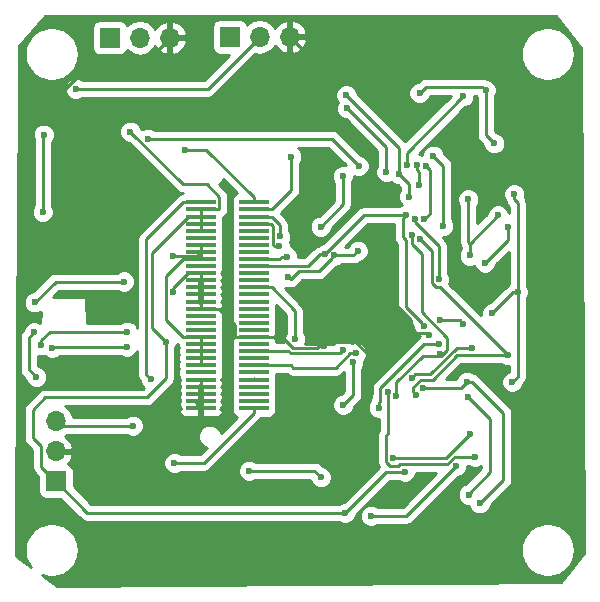
<source format=gbl>
G04 #@! TF.GenerationSoftware,KiCad,Pcbnew,no-vcs-found-7722~57~ubuntu16.04.1*
G04 #@! TF.CreationDate,2017-02-25T15:26:39+01:00*
G04 #@! TF.ProjectId,GhostSensorboard,47686F737453656E736F72626F617264,rev?*
G04 #@! TF.FileFunction,Copper,L2,Bot,Signal*
G04 #@! TF.FilePolarity,Positive*
%FSLAX46Y46*%
G04 Gerber Fmt 4.6, Leading zero omitted, Abs format (unit mm)*
G04 Created by KiCad (PCBNEW no-vcs-found-7722~57~ubuntu16.04.1) date Sat Feb 25 15:26:39 2017*
%MOMM*%
%LPD*%
G01*
G04 APERTURE LIST*
%ADD10C,0.100000*%
%ADD11R,1.700000X1.700000*%
%ADD12O,1.700000X1.700000*%
%ADD13R,2.500000X0.350000*%
%ADD14C,0.600000*%
%ADD15C,0.250000*%
%ADD16C,0.254000*%
G04 APERTURE END LIST*
D10*
D11*
X99664520Y-77767180D03*
D12*
X102204520Y-77767180D03*
X104744520Y-77767180D03*
D11*
X109816900Y-77701140D03*
D12*
X112356900Y-77701140D03*
X114896900Y-77701140D03*
D13*
X107368780Y-91711280D03*
X107368780Y-92311280D03*
X107368780Y-92911280D03*
X107368780Y-93511280D03*
X107368780Y-94111280D03*
X107368780Y-94711280D03*
X107368780Y-95311280D03*
X107368780Y-95911280D03*
X107368780Y-96511280D03*
X107368780Y-97111280D03*
X107368780Y-97711280D03*
X107368780Y-98311280D03*
X107368780Y-98911280D03*
X107368780Y-99511280D03*
X107368780Y-100111280D03*
X107368780Y-100711280D03*
X107368780Y-101311280D03*
X107368780Y-101911280D03*
X107368780Y-102511280D03*
X107368780Y-103111280D03*
X107368780Y-103711280D03*
X107368780Y-104311280D03*
X107368780Y-104911280D03*
X107368780Y-105511280D03*
X107368780Y-106111280D03*
X107368780Y-106711280D03*
X107368780Y-107311280D03*
X107368780Y-107911280D03*
X107368780Y-108511280D03*
X107368780Y-109111280D03*
X111868780Y-109111280D03*
X111868780Y-108511280D03*
X111868780Y-107911280D03*
X111868780Y-107311280D03*
X111868780Y-106711280D03*
X111868780Y-106111280D03*
X111868780Y-105511280D03*
X111868780Y-104911280D03*
X111868780Y-104311280D03*
X111868780Y-103711280D03*
X111868780Y-103111280D03*
X111868780Y-102511280D03*
X111868780Y-101911280D03*
X111868780Y-101311280D03*
X111868780Y-100711280D03*
X111868780Y-100111280D03*
X111868780Y-99511280D03*
X111868780Y-98911280D03*
X111868780Y-98311280D03*
X111868780Y-97711280D03*
X111868780Y-97111280D03*
X111868780Y-96511280D03*
X111868780Y-95911280D03*
X111868780Y-95311280D03*
X111868780Y-94711280D03*
X111868780Y-94111280D03*
X111868780Y-93511280D03*
X111868780Y-92911280D03*
X111868780Y-92311280D03*
X111868780Y-91711280D03*
D12*
X95097600Y-110225840D03*
X95097600Y-112765840D03*
D11*
X95097600Y-115305840D03*
D14*
X110134400Y-116189760D03*
X114188240Y-111856520D03*
X126690798Y-102936697D03*
X117596920Y-85369400D03*
X105023920Y-99263200D03*
X97774760Y-88844120D03*
X96565720Y-83992720D03*
X117811018Y-103864963D03*
X121859040Y-96438890D03*
X94066360Y-85973920D03*
X93974920Y-92537280D03*
X96771449Y-82080089D03*
X119420640Y-108849160D03*
X120287638Y-105233831D03*
X93446600Y-106497120D03*
X93253560Y-102707440D03*
X133736080Y-106923840D03*
X132024120Y-101092000D03*
X129595880Y-102031800D03*
X127645160Y-101711760D03*
X124644576Y-114516501D03*
X134203440Y-99293680D03*
X133898640Y-91023440D03*
X125887480Y-82458560D03*
X131485640Y-82214720D03*
X132212080Y-86715600D03*
X101396800Y-85719920D03*
X104421049Y-103539249D03*
X119598440Y-118008400D03*
X119395240Y-89489280D03*
X117510560Y-93761560D03*
X101610160Y-110622080D03*
X105140760Y-113776760D03*
X105003600Y-96225360D03*
X125489077Y-93128337D03*
X114655600Y-96301560D03*
X114726720Y-98059240D03*
X118672032Y-96208639D03*
X127543560Y-98221800D03*
X120685560Y-95813880D03*
X126270374Y-102171001D03*
X124765374Y-92765034D03*
X102877887Y-86317109D03*
X120766840Y-88620600D03*
X117877537Y-96114852D03*
X93309610Y-100180816D03*
X114073035Y-94586828D03*
X100848160Y-98415010D03*
X120536490Y-104473508D03*
X115356640Y-103306880D03*
X119426560Y-104189974D03*
X114030590Y-95385714D03*
X117535960Y-114985800D03*
X111465360Y-114432080D03*
X103129080Y-106669840D03*
X106034840Y-87238840D03*
X115026440Y-87833200D03*
X124794230Y-88554118D03*
X129580640Y-82737960D03*
X119781320Y-83753960D03*
X123072718Y-89128600D03*
X125648405Y-88524395D03*
X125846840Y-90241120D03*
X119684800Y-82621120D03*
X124169220Y-89333842D03*
X124998480Y-91221560D03*
X133344920Y-93781880D03*
X131429760Y-96824800D03*
X127904180Y-93702376D03*
X127061130Y-87751920D03*
X130006935Y-91450585D03*
X130134012Y-96206934D03*
X132521960Y-92816680D03*
X126289090Y-93128337D03*
X126435409Y-88668076D03*
X123183143Y-107778352D03*
X130581400Y-113238280D03*
X125627196Y-108022460D03*
X133380480Y-104648000D03*
X125928120Y-94848680D03*
X123927173Y-108072356D03*
X127591124Y-104535208D03*
X125226086Y-94465056D03*
X125229035Y-106584483D03*
X130330704Y-104022990D03*
X130042920Y-116453920D03*
X129976880Y-108183680D03*
X128999675Y-114023835D03*
X121762520Y-118247160D03*
X126178711Y-107442935D03*
X129905884Y-106898036D03*
X130977640Y-117190520D03*
X127575356Y-103735351D03*
X123667520Y-113385600D03*
X130139440Y-111363760D03*
X122433080Y-109098080D03*
X93878570Y-103811083D03*
X101132640Y-102656640D03*
X94793963Y-104044349D03*
X101122480Y-103936800D03*
D15*
X120511844Y-103564964D02*
X121894762Y-104947882D01*
X117811018Y-103864963D02*
X118111017Y-103564964D01*
X118008844Y-111856520D02*
X114612504Y-111856520D01*
X121894762Y-107970602D02*
X118008844Y-111856520D01*
X121894762Y-104947882D02*
X121894762Y-107970602D01*
X114612504Y-111856520D02*
X114188240Y-111856520D01*
X118111017Y-103564964D02*
X120511844Y-103564964D01*
X110728481Y-112156519D02*
X110134400Y-112750600D01*
X110134400Y-112750600D02*
X110134400Y-116189760D01*
X114188240Y-111856520D02*
X113888241Y-112156519D01*
X113888241Y-112156519D02*
X110728481Y-112156519D01*
X107368780Y-109111280D02*
X106939020Y-108681520D01*
X121859040Y-98339060D02*
X121859040Y-96438890D01*
X126391222Y-102808469D02*
X125655355Y-102808469D01*
X125655355Y-102808469D02*
X125160457Y-102313571D01*
X125160457Y-101640477D02*
X121859040Y-98339060D01*
X126562570Y-102808469D02*
X126690798Y-102936697D01*
X125160457Y-102313571D02*
X125160457Y-101640477D01*
X126391222Y-102808469D02*
X126562570Y-102808469D01*
X117596920Y-85369400D02*
X117596920Y-80401160D01*
X117596920Y-80401160D02*
X114896900Y-77701140D01*
X107368780Y-100711280D02*
X108868780Y-100711280D01*
X108868780Y-100711280D02*
X110293779Y-102136279D01*
X110368780Y-103111280D02*
X111868780Y-103111280D01*
X110293779Y-102136279D02*
X110293779Y-103036279D01*
X110293779Y-103036279D02*
X110368780Y-103111280D01*
X105023920Y-98981140D02*
X105023920Y-99263200D01*
X107368780Y-97711280D02*
X106293780Y-97711280D01*
X106293780Y-97711280D02*
X105023920Y-98981140D01*
X107368780Y-98311280D02*
X107368780Y-97711280D01*
X107368780Y-98911280D02*
X107368780Y-98311280D01*
X107368780Y-99511280D02*
X107368780Y-98911280D01*
X107368780Y-100111280D02*
X107368780Y-99511280D01*
X107368780Y-100711280D02*
X107368780Y-100111280D01*
X114246196Y-103111280D02*
X115142998Y-104008082D01*
X117386754Y-103864963D02*
X117811018Y-103864963D01*
X111868780Y-103111280D02*
X114246196Y-103111280D01*
X115142998Y-104008082D02*
X117188505Y-104008082D01*
X117188505Y-104008082D02*
X118388118Y-102808469D01*
X118388118Y-102808469D02*
X126391222Y-102808469D01*
X117243635Y-104008082D02*
X117386754Y-103864963D01*
X115142998Y-104008082D02*
X117243635Y-104008082D01*
X97774760Y-88844120D02*
X96565720Y-87635080D01*
X96565720Y-87635080D02*
X96565720Y-83992720D01*
X97998280Y-79969360D02*
X102542340Y-79969360D01*
X102542340Y-79969360D02*
X104744520Y-77767180D01*
X95694584Y-82273056D02*
X97998280Y-79969360D01*
X95270320Y-82273056D02*
X95694584Y-82273056D01*
X96565720Y-83992720D02*
X96565720Y-83568456D01*
X96565720Y-83568456D02*
X95270320Y-82273056D01*
X107368780Y-108511280D02*
X107368780Y-109111280D01*
X107368780Y-107911280D02*
X107368780Y-108511280D01*
X107368780Y-107311280D02*
X107368780Y-107911280D01*
X107368780Y-106711280D02*
X107368780Y-107311280D01*
X93974920Y-92537280D02*
X93974920Y-86065360D01*
X93974920Y-86065360D02*
X94066360Y-85973920D01*
X107977951Y-82080089D02*
X96771449Y-82080089D01*
X112356900Y-77701140D02*
X107977951Y-82080089D01*
X119720639Y-108549161D02*
X119420640Y-108849160D01*
X120287638Y-107982162D02*
X119720639Y-108549161D01*
X120287638Y-105233831D02*
X120287638Y-107982162D01*
X119598440Y-118008400D02*
X97764600Y-118008400D01*
X97764600Y-118008400D02*
X95097600Y-115341400D01*
X95097600Y-115341400D02*
X95097600Y-115305840D01*
X95509080Y-115788440D02*
X93826079Y-114105439D01*
X93826079Y-114105439D02*
X93826079Y-112323769D01*
X93826079Y-112323769D02*
X93123589Y-111621280D01*
X93123589Y-111621280D02*
X93123589Y-109282520D01*
X93123589Y-109282520D02*
X94174600Y-108231509D01*
X94174600Y-108231509D02*
X102801851Y-108231509D01*
X102801851Y-108231509D02*
X104421049Y-106612311D01*
X104421049Y-106612311D02*
X104421049Y-103539249D01*
X92786232Y-105836752D02*
X93446600Y-106497120D01*
X92786232Y-103174768D02*
X92786232Y-105836752D01*
X93253560Y-102707440D02*
X92786232Y-103174768D01*
X133736080Y-106923840D02*
X134203440Y-106456480D01*
X134203440Y-106456480D02*
X134203440Y-99293680D01*
X132024120Y-101092000D02*
X133822440Y-99293680D01*
X133822440Y-99293680D02*
X134203440Y-99293680D01*
X127645160Y-101711760D02*
X129275840Y-101711760D01*
X129275840Y-101711760D02*
X129595880Y-102031800D01*
X119598440Y-118008400D02*
X123090339Y-114516501D01*
X123090339Y-114516501D02*
X124644576Y-114516501D01*
X133898640Y-91023440D02*
X133898640Y-91447704D01*
X133898640Y-91447704D02*
X134203440Y-91752504D01*
X134203440Y-91752504D02*
X134203440Y-99293680D01*
X125887480Y-82458560D02*
X126431319Y-81914721D01*
X126431319Y-81914721D02*
X131185641Y-81914721D01*
X131185641Y-81914721D02*
X131485640Y-82214720D01*
X132212080Y-86715600D02*
X131485640Y-85989160D01*
X131485640Y-85989160D02*
X131485640Y-82214720D01*
X108868780Y-92311280D02*
X108943781Y-92236279D01*
X107368780Y-92311280D02*
X108868780Y-92311280D01*
X108943781Y-92236279D02*
X108943781Y-91276279D01*
X108943781Y-91276279D02*
X107853783Y-90186281D01*
X107853783Y-90186281D02*
X105863161Y-90186281D01*
X105863161Y-90186281D02*
X101396800Y-85719920D01*
X103212469Y-95992591D02*
X103212469Y-102330669D01*
X106293780Y-92911280D02*
X103212469Y-95992591D01*
X103212469Y-102330669D02*
X104421049Y-103539249D01*
X107368780Y-92911280D02*
X106293780Y-92911280D01*
X117510560Y-93761560D02*
X119395240Y-91876880D01*
X119395240Y-91876880D02*
X119395240Y-89489280D01*
X107368780Y-94111280D02*
X107368780Y-93511280D01*
X107368780Y-93511280D02*
X107368780Y-92911280D01*
X107368780Y-92311280D02*
X107368780Y-92911280D01*
X101610160Y-110622080D02*
X95493840Y-110622080D01*
X95493840Y-110622080D02*
X95097600Y-110225840D01*
X111868780Y-109536280D02*
X107628300Y-113776760D01*
X107628300Y-113776760D02*
X105140760Y-113776760D01*
X111868780Y-109111280D02*
X111868780Y-109536280D01*
X107368780Y-103711280D02*
X107368780Y-103111280D01*
X107368780Y-104311280D02*
X107368780Y-103711280D01*
X107368780Y-104911280D02*
X107368780Y-104311280D01*
X107368780Y-105511280D02*
X107368780Y-104911280D01*
X105868780Y-96511280D02*
X104398918Y-97981142D01*
X104398918Y-97981142D02*
X104398918Y-101641418D01*
X104398918Y-101641418D02*
X105868780Y-103111280D01*
X107368780Y-96511280D02*
X105868780Y-96511280D01*
X105868780Y-103111280D02*
X107368780Y-103111280D01*
X107368780Y-95311280D02*
X107368780Y-95911280D01*
X107368780Y-96511280D02*
X107368780Y-95911280D01*
X105003600Y-96225360D02*
X107054700Y-96225360D01*
X107054700Y-96225360D02*
X107368780Y-95911280D01*
X125489077Y-93347618D02*
X125489077Y-93128337D01*
X127543560Y-95402101D02*
X125489077Y-93347618D01*
X127543560Y-98221800D02*
X127543560Y-95402101D01*
X114655600Y-96301560D02*
X114231336Y-96301560D01*
X114231336Y-96301560D02*
X114021616Y-96511280D01*
X114021616Y-96511280D02*
X111868780Y-96511280D01*
X114985800Y-98231960D02*
X114813080Y-98059240D01*
X114813080Y-98059240D02*
X114726720Y-98059240D01*
X118672032Y-96208639D02*
X118502538Y-96208639D01*
X118502538Y-96208639D02*
X118502538Y-96414853D01*
X118502538Y-96414853D02*
X117356101Y-97561290D01*
X117356101Y-97561290D02*
X115656470Y-97561290D01*
X115656470Y-97561290D02*
X114985800Y-98231960D01*
X120290801Y-96208639D02*
X118672032Y-96208639D01*
X120685560Y-95813880D02*
X120290801Y-96208639D01*
X124762550Y-100598400D02*
X125970375Y-101806225D01*
X125970375Y-101871002D02*
X126270374Y-102171001D01*
X124465375Y-93065033D02*
X124465375Y-94625941D01*
X125970375Y-101806225D02*
X125970375Y-101871002D01*
X124765374Y-92765034D02*
X124465375Y-93065033D01*
X124762550Y-94923116D02*
X124762550Y-100598400D01*
X124465375Y-94625941D02*
X124762550Y-94923116D01*
X121227355Y-92765034D02*
X124765374Y-92765034D01*
X117877537Y-96114852D02*
X121227355Y-92765034D01*
X120766840Y-88620600D02*
X118463349Y-86317109D01*
X118463349Y-86317109D02*
X102877887Y-86317109D01*
X117877537Y-96114852D02*
X117453273Y-96114852D01*
X117453273Y-96114852D02*
X116456845Y-97111280D01*
X116456845Y-97111280D02*
X111868780Y-97111280D01*
X95075416Y-98415010D02*
X93309610Y-100180816D01*
X100848160Y-98415010D02*
X95075416Y-98415010D01*
X114073035Y-93615535D02*
X114073035Y-94586828D01*
X111868780Y-92911280D02*
X113368780Y-92911280D01*
X113368780Y-92911280D02*
X114073035Y-93615535D01*
X120028315Y-104473508D02*
X120536490Y-104473508D01*
X115163139Y-105708105D02*
X118793718Y-105708105D01*
X118793718Y-105708105D02*
X120028315Y-104473508D01*
X114966314Y-105511280D02*
X115163139Y-105708105D01*
X111868780Y-105511280D02*
X114966314Y-105511280D01*
X113368780Y-98911280D02*
X115356640Y-100899140D01*
X111868780Y-98911280D02*
X113368780Y-98911280D01*
X115356640Y-100899140D02*
X115356640Y-103306880D01*
X115929402Y-104458093D02*
X115961282Y-104489973D01*
X114809785Y-104311280D02*
X114956598Y-104458093D01*
X111868780Y-104311280D02*
X114809785Y-104311280D01*
X114956598Y-104458093D02*
X115929402Y-104458093D01*
X115961282Y-104489973D02*
X119126561Y-104489973D01*
X119126561Y-104489973D02*
X119426560Y-104189974D01*
X113606326Y-95385714D02*
X114030590Y-95385714D01*
X113443781Y-95223169D02*
X113606326Y-95385714D01*
X113443781Y-93676279D02*
X113443781Y-95223169D01*
X113278782Y-93511280D02*
X113443781Y-93676279D01*
X111868780Y-93511280D02*
X113278782Y-93511280D01*
X102762458Y-106303218D02*
X103129080Y-106669840D01*
X102762458Y-94817602D02*
X102762458Y-106303218D01*
X105868780Y-91711280D02*
X102762458Y-94817602D01*
X107368780Y-91711280D02*
X105868780Y-91711280D01*
X111465360Y-114432080D02*
X116982240Y-114432080D01*
X116982240Y-114432080D02*
X117535960Y-114985800D01*
X111868780Y-91711280D02*
X111868780Y-91286280D01*
X111868780Y-91286280D02*
X107821340Y-87238840D01*
X107821340Y-87238840D02*
X106034840Y-87238840D01*
X111868780Y-92311280D02*
X113368780Y-92311280D01*
X113368780Y-92311280D02*
X115026440Y-90653620D01*
X115026440Y-90653620D02*
X115026440Y-87833200D01*
X124794230Y-87524370D02*
X124794230Y-88554118D01*
X129580640Y-82737960D02*
X124794230Y-87524370D01*
X123072718Y-89128600D02*
X123072718Y-87045358D01*
X123072718Y-87045358D02*
X119781320Y-83753960D01*
X125648405Y-88948659D02*
X125648405Y-88524395D01*
X125846840Y-89147094D02*
X125648405Y-88948659D01*
X125846840Y-90241120D02*
X125846840Y-89147094D01*
X124169220Y-89333842D02*
X124169220Y-87105540D01*
X124169220Y-87105540D02*
X119684800Y-82621120D01*
X124998480Y-90163102D02*
X124169220Y-89333842D01*
X124998480Y-91221560D02*
X124998480Y-90163102D01*
X131429760Y-96824800D02*
X133344920Y-94909640D01*
X133344920Y-94909640D02*
X133344920Y-93781880D01*
X127904180Y-88594970D02*
X127904180Y-93702376D01*
X127061130Y-87751920D02*
X127904180Y-88594970D01*
X130134012Y-95218790D02*
X130006935Y-95091713D01*
X130006935Y-95091713D02*
X130006935Y-91450585D01*
X132521960Y-92816680D02*
X130134012Y-95204628D01*
X130134012Y-95204628D02*
X130134012Y-95218790D01*
X130134012Y-95218790D02*
X130134012Y-96206934D01*
X126735408Y-92682019D02*
X126289090Y-93128337D01*
X126435409Y-88668076D02*
X126735408Y-88968075D01*
X126735408Y-88968075D02*
X126735408Y-92682019D01*
X123423398Y-114066482D02*
X123042518Y-113685602D01*
X123042518Y-113685602D02*
X123042518Y-111447656D01*
X128248120Y-113891491D02*
X124203473Y-113891491D01*
X123183143Y-111307031D02*
X123183143Y-108202616D01*
X123183143Y-108202616D02*
X123183143Y-107778352D01*
X123042518Y-111447656D02*
X123183143Y-111307031D01*
X130581400Y-113238280D02*
X128901331Y-113238280D01*
X124028482Y-114066482D02*
X123423398Y-114066482D01*
X124203473Y-113891491D02*
X124028482Y-114066482D01*
X128901331Y-113238280D02*
X128248120Y-113891491D01*
X125976949Y-106720468D02*
X125327197Y-107370220D01*
X129077720Y-104648000D02*
X127005252Y-106720468D01*
X125327197Y-107722461D02*
X125627196Y-108022460D01*
X127005252Y-106720468D02*
X125976949Y-106720468D01*
X125327197Y-107370220D02*
X125327197Y-107722461D01*
X133380480Y-104648000D02*
X129077720Y-104648000D01*
X126918559Y-98521801D02*
X127243559Y-98846801D01*
X125928120Y-94848680D02*
X126918559Y-95839119D01*
X126918559Y-95839119D02*
X126918559Y-98521801D01*
X127243559Y-98846801D02*
X127579281Y-98846801D01*
X127579281Y-98846801D02*
X133380480Y-104648000D01*
X126174155Y-104714361D02*
X123927173Y-106961343D01*
X123927173Y-106961343D02*
X123927173Y-107648092D01*
X123927173Y-107648092D02*
X123927173Y-108072356D01*
X127711200Y-104714361D02*
X126174155Y-104714361D01*
X127711200Y-104655284D02*
X127591124Y-104535208D01*
X127711200Y-104714361D02*
X127711200Y-104655284D01*
X125226086Y-95259608D02*
X125226086Y-94465056D01*
X128204121Y-104221440D02*
X128204121Y-103179746D01*
X126060479Y-101036104D02*
X126060479Y-96094001D01*
X126060479Y-96094001D02*
X125226086Y-95259608D01*
X128204121Y-103179746D02*
X126060479Y-101036104D01*
X127711200Y-104714361D02*
X128204121Y-104221440D01*
X125543061Y-106270457D02*
X125229035Y-106584483D01*
X126793453Y-106270457D02*
X125543061Y-106270457D01*
X129040920Y-104022990D02*
X126793453Y-106270457D01*
X130330704Y-104022990D02*
X129040920Y-104022990D01*
X131871720Y-114533680D02*
X130042920Y-116362480D01*
X130042920Y-116362480D02*
X130042920Y-116453920D01*
X131871720Y-110078520D02*
X131871720Y-114533680D01*
X129976880Y-108183680D02*
X131871720Y-110078520D01*
X121762520Y-118247160D02*
X124776350Y-118247160D01*
X124776350Y-118247160D02*
X128999675Y-114023835D01*
X126602975Y-107442935D02*
X126178711Y-107442935D01*
X129360985Y-107442935D02*
X126602975Y-107442935D01*
X129905884Y-106898036D02*
X129360985Y-107442935D01*
X130330148Y-106898036D02*
X129905884Y-106898036D01*
X132982131Y-109550019D02*
X130330148Y-106898036D01*
X130977640Y-117190520D02*
X132982131Y-115186029D01*
X132982131Y-115186029D02*
X132982131Y-109550019D01*
X122558133Y-108548763D02*
X122558133Y-107467111D01*
X122433080Y-109098080D02*
X122433080Y-108673816D01*
X127151092Y-103735351D02*
X127575356Y-103735351D01*
X122558133Y-107467111D02*
X126289893Y-103735351D01*
X126289893Y-103735351D02*
X127151092Y-103735351D01*
X122433080Y-108673816D02*
X122558133Y-108548763D01*
X130139440Y-111363760D02*
X128117600Y-113385600D01*
X128117600Y-113385600D02*
X123667520Y-113385600D01*
X101132640Y-102656640D02*
X94608749Y-102656640D01*
X93878570Y-103386819D02*
X93878570Y-103811083D01*
X94608749Y-102656640D02*
X93878570Y-103386819D01*
X94901512Y-103936800D02*
X94793963Y-104044349D01*
X101122480Y-103936800D02*
X94901512Y-103936800D01*
X111868780Y-106711280D02*
X111868780Y-106611281D01*
D16*
G36*
X137405295Y-75903809D02*
X139527583Y-78641611D01*
X139826681Y-121432812D01*
X137861671Y-123815386D01*
X95199421Y-124205621D01*
X93929302Y-123279605D01*
X93930254Y-123280114D01*
X94230404Y-123371164D01*
X94297537Y-123377776D01*
X94362091Y-123397360D01*
X94674221Y-123428110D01*
X94741380Y-123421497D01*
X94808535Y-123428110D01*
X95120685Y-123397360D01*
X95185235Y-123377778D01*
X95252370Y-123371166D01*
X95552530Y-123280116D01*
X95612041Y-123248307D01*
X95676612Y-123228718D01*
X95953222Y-123080858D01*
X96005359Y-123038068D01*
X96064844Y-123006275D01*
X96307304Y-122807305D01*
X96350114Y-122755144D01*
X96402274Y-122712337D01*
X96601254Y-122469877D01*
X96633055Y-122410382D01*
X96675853Y-122358233D01*
X96823713Y-122081613D01*
X96843302Y-122017039D01*
X96875110Y-121957526D01*
X96966150Y-121657376D01*
X96972759Y-121590250D01*
X96992340Y-121525705D01*
X97023090Y-121213554D01*
X97016477Y-121146400D01*
X97023079Y-121079349D01*
X134459689Y-121079349D01*
X134466302Y-121146399D01*
X134459689Y-121213446D01*
X134490389Y-121525596D01*
X134509994Y-121590258D01*
X134516627Y-121657496D01*
X134607727Y-121957646D01*
X134639489Y-122017047D01*
X134659033Y-122081511D01*
X134806833Y-122358131D01*
X134849668Y-122410342D01*
X134881507Y-122469903D01*
X135080507Y-122712363D01*
X135132680Y-122755176D01*
X135175499Y-122807340D01*
X135417999Y-123006310D01*
X135477458Y-123038083D01*
X135529569Y-123080853D01*
X135806169Y-123228713D01*
X135870757Y-123248308D01*
X135930284Y-123280123D01*
X136230484Y-123371173D01*
X136297600Y-123377780D01*
X136362135Y-123397359D01*
X136674235Y-123428109D01*
X136741400Y-123421496D01*
X136808565Y-123428109D01*
X137120665Y-123397359D01*
X137185200Y-123377780D01*
X137252316Y-123371173D01*
X137552516Y-123280123D01*
X137612043Y-123248308D01*
X137676631Y-123228713D01*
X137953231Y-123080853D01*
X138005342Y-123038083D01*
X138064801Y-123006310D01*
X138307301Y-122807340D01*
X138350173Y-122755112D01*
X138402400Y-122712233D01*
X138601300Y-122469773D01*
X138633040Y-122410363D01*
X138675777Y-122358301D01*
X138823677Y-122081680D01*
X138843297Y-122017031D01*
X138875134Y-121957446D01*
X138966134Y-121657296D01*
X138972726Y-121590266D01*
X138992290Y-121525813D01*
X139023090Y-121213663D01*
X139016477Y-121146395D01*
X139023089Y-121079133D01*
X138992289Y-120767003D01*
X138972727Y-120702557D01*
X138966136Y-120635530D01*
X138875136Y-120335370D01*
X138843295Y-120275777D01*
X138823672Y-120211120D01*
X138675772Y-119934510D01*
X138633038Y-119882453D01*
X138601300Y-119823047D01*
X138402400Y-119580587D01*
X138350181Y-119537714D01*
X138307315Y-119485491D01*
X138064814Y-119286511D01*
X138005349Y-119254733D01*
X137953231Y-119211957D01*
X137676631Y-119064097D01*
X137612033Y-119044499D01*
X137552496Y-119012681D01*
X137252296Y-118921641D01*
X137185190Y-118915037D01*
X137120665Y-118895461D01*
X136808565Y-118864711D01*
X136741400Y-118871324D01*
X136674235Y-118864711D01*
X136362135Y-118895461D01*
X136297610Y-118915037D01*
X136230504Y-118921641D01*
X135930304Y-119012681D01*
X135870767Y-119044499D01*
X135806169Y-119064097D01*
X135529569Y-119211957D01*
X135477451Y-119254733D01*
X135417986Y-119286511D01*
X135175486Y-119485491D01*
X135132674Y-119537649D01*
X135080507Y-119580457D01*
X134881507Y-119822917D01*
X134849670Y-119882474D01*
X134806838Y-119934680D01*
X134659038Y-120211290D01*
X134639491Y-120275760D01*
X134607725Y-120335170D01*
X134516625Y-120635330D01*
X134509993Y-120702563D01*
X134490389Y-120767220D01*
X134459689Y-121079349D01*
X97023079Y-121079349D01*
X97023090Y-121079241D01*
X96992340Y-120767111D01*
X96972760Y-120702571D01*
X96966152Y-120635450D01*
X96875112Y-120335290D01*
X96843300Y-120275769D01*
X96823708Y-120211188D01*
X96675848Y-119934578D01*
X96633052Y-119882434D01*
X96601254Y-119822943D01*
X96402274Y-119580483D01*
X96350119Y-119537681D01*
X96307317Y-119485526D01*
X96064857Y-119286546D01*
X96005366Y-119254748D01*
X95953222Y-119211952D01*
X95676612Y-119064092D01*
X95612031Y-119044500D01*
X95552510Y-119012688D01*
X95252350Y-118921648D01*
X95185230Y-118915040D01*
X95120689Y-118895460D01*
X94808559Y-118864710D01*
X94741400Y-118871323D01*
X94674246Y-118864710D01*
X94362095Y-118895460D01*
X94297550Y-118915041D01*
X94230424Y-118921650D01*
X93930274Y-119012690D01*
X93870761Y-119044498D01*
X93806187Y-119064087D01*
X93529567Y-119211947D01*
X93477418Y-119254745D01*
X93417923Y-119286546D01*
X93175463Y-119485526D01*
X93132656Y-119537686D01*
X93080495Y-119580496D01*
X92881525Y-119822956D01*
X92849732Y-119882441D01*
X92806942Y-119934578D01*
X92659082Y-120211188D01*
X92639493Y-120275759D01*
X92607684Y-120335270D01*
X92516634Y-120635430D01*
X92510023Y-120702561D01*
X92490440Y-120767111D01*
X92459690Y-121079241D01*
X92466303Y-121146400D01*
X92459690Y-121213555D01*
X92490440Y-121525705D01*
X92510024Y-121590260D01*
X92516636Y-121657396D01*
X92607686Y-121957546D01*
X92639491Y-122017049D01*
X92659077Y-122081613D01*
X92806937Y-122358233D01*
X92849730Y-122410375D01*
X92881525Y-122469864D01*
X92975152Y-122583955D01*
X91704570Y-121657602D01*
X91821728Y-103174768D01*
X92026232Y-103174768D01*
X92026232Y-105836752D01*
X92084084Y-106127591D01*
X92248831Y-106374153D01*
X92511478Y-106636800D01*
X92511438Y-106682287D01*
X92653483Y-107026063D01*
X92916273Y-107289312D01*
X93259801Y-107431958D01*
X93631767Y-107432282D01*
X93975543Y-107290237D01*
X94238792Y-107027447D01*
X94381438Y-106683919D01*
X94381762Y-106311953D01*
X94239717Y-105968177D01*
X93976927Y-105704928D01*
X93633399Y-105562282D01*
X93586523Y-105562241D01*
X93546232Y-105521950D01*
X93546232Y-104685488D01*
X93691771Y-104745921D01*
X94063737Y-104746245D01*
X94141445Y-104714137D01*
X94263636Y-104836541D01*
X94607164Y-104979187D01*
X94979130Y-104979511D01*
X95322906Y-104837466D01*
X95463818Y-104696800D01*
X100560017Y-104696800D01*
X100592153Y-104728992D01*
X100935681Y-104871638D01*
X101307647Y-104871962D01*
X101651423Y-104729917D01*
X101914672Y-104467127D01*
X102002458Y-104255716D01*
X102002458Y-106303218D01*
X102060310Y-106594057D01*
X102193971Y-106794095D01*
X102193918Y-106855007D01*
X102335963Y-107198783D01*
X102547684Y-107410874D01*
X102487049Y-107471509D01*
X94174600Y-107471509D01*
X93883761Y-107529361D01*
X93637199Y-107694108D01*
X92586188Y-108745119D01*
X92421441Y-108991681D01*
X92363589Y-109282520D01*
X92363589Y-111621281D01*
X92421441Y-111912120D01*
X92586188Y-112158682D01*
X93066079Y-112638572D01*
X93066079Y-114105439D01*
X93123931Y-114396278D01*
X93288678Y-114642840D01*
X93600160Y-114954322D01*
X93600160Y-116155840D01*
X93649443Y-116403605D01*
X93789791Y-116613649D01*
X93999835Y-116753997D01*
X94247600Y-116803280D01*
X95484678Y-116803280D01*
X97227199Y-118545801D01*
X97473761Y-118710548D01*
X97764600Y-118768400D01*
X119035977Y-118768400D01*
X119068113Y-118800592D01*
X119411641Y-118943238D01*
X119783607Y-118943562D01*
X120127383Y-118801517D01*
X120390632Y-118538727D01*
X120533278Y-118195199D01*
X120533319Y-118148323D01*
X123405141Y-115276501D01*
X124082113Y-115276501D01*
X124114249Y-115308693D01*
X124457777Y-115451339D01*
X124829743Y-115451663D01*
X125173519Y-115309618D01*
X125436768Y-115046828D01*
X125579414Y-114703300D01*
X125579459Y-114651491D01*
X127297216Y-114651491D01*
X124461548Y-117487160D01*
X122324983Y-117487160D01*
X122292847Y-117454968D01*
X121949319Y-117312322D01*
X121577353Y-117311998D01*
X121233577Y-117454043D01*
X120970328Y-117716833D01*
X120827682Y-118060361D01*
X120827358Y-118432327D01*
X120969403Y-118776103D01*
X121232193Y-119039352D01*
X121575721Y-119181998D01*
X121947687Y-119182322D01*
X122291463Y-119040277D01*
X122324638Y-119007160D01*
X124776350Y-119007160D01*
X125067189Y-118949308D01*
X125313751Y-118784561D01*
X129139356Y-114958957D01*
X129184842Y-114958997D01*
X129528618Y-114816952D01*
X129791867Y-114554162D01*
X129934513Y-114210634D01*
X129934698Y-113998280D01*
X130018937Y-113998280D01*
X130051073Y-114030472D01*
X130394601Y-114173118D01*
X130766567Y-114173442D01*
X131110343Y-114031397D01*
X131111720Y-114030022D01*
X131111720Y-114218878D01*
X129779511Y-115551087D01*
X129513977Y-115660803D01*
X129250728Y-115923593D01*
X129108082Y-116267121D01*
X129107758Y-116639087D01*
X129249803Y-116982863D01*
X129512593Y-117246112D01*
X129856121Y-117388758D01*
X130047948Y-117388925D01*
X130184523Y-117719463D01*
X130447313Y-117982712D01*
X130790841Y-118125358D01*
X131162807Y-118125682D01*
X131506583Y-117983637D01*
X131769832Y-117720847D01*
X131912478Y-117377319D01*
X131912519Y-117330443D01*
X133519532Y-115723430D01*
X133684279Y-115476869D01*
X133742131Y-115186029D01*
X133742131Y-109550019D01*
X133708210Y-109379487D01*
X133684279Y-109259179D01*
X133519532Y-109012618D01*
X130867549Y-106360635D01*
X130620987Y-106195888D01*
X130502588Y-106172337D01*
X130436211Y-106105844D01*
X130092683Y-105963198D01*
X129720717Y-105962874D01*
X129376941Y-106104919D01*
X129113692Y-106367709D01*
X128982798Y-106682935D01*
X128117587Y-106682935D01*
X129392522Y-105408000D01*
X132818017Y-105408000D01*
X132850153Y-105440192D01*
X133193681Y-105582838D01*
X133443440Y-105583056D01*
X133443440Y-106033085D01*
X133207137Y-106130723D01*
X132943888Y-106393513D01*
X132801242Y-106737041D01*
X132800918Y-107109007D01*
X132942963Y-107452783D01*
X133205753Y-107716032D01*
X133549281Y-107858678D01*
X133921247Y-107859002D01*
X134265023Y-107716957D01*
X134528272Y-107454167D01*
X134670918Y-107110639D01*
X134670959Y-107063763D01*
X134740841Y-106993881D01*
X134905588Y-106747319D01*
X134963440Y-106456480D01*
X134963440Y-99856143D01*
X134995632Y-99824007D01*
X135138278Y-99480479D01*
X135138602Y-99108513D01*
X134996557Y-98764737D01*
X134963440Y-98731562D01*
X134963440Y-91752504D01*
X134926564Y-91567118D01*
X134905588Y-91461664D01*
X134796728Y-91298743D01*
X134833478Y-91210239D01*
X134833802Y-90838273D01*
X134691757Y-90494497D01*
X134428967Y-90231248D01*
X134085439Y-90088602D01*
X133713473Y-90088278D01*
X133369697Y-90230323D01*
X133106448Y-90493113D01*
X132963802Y-90836641D01*
X132963478Y-91208607D01*
X133105523Y-91552383D01*
X133172885Y-91619862D01*
X133196492Y-91738543D01*
X133361239Y-91985105D01*
X133443440Y-92067306D01*
X133443440Y-92598400D01*
X133315077Y-92287737D01*
X133052287Y-92024488D01*
X132708759Y-91881842D01*
X132336793Y-91881518D01*
X131993017Y-92023563D01*
X131729768Y-92286353D01*
X131587122Y-92629881D01*
X131587081Y-92676757D01*
X130766935Y-93496903D01*
X130766935Y-92013048D01*
X130799127Y-91980912D01*
X130941773Y-91637384D01*
X130942097Y-91265418D01*
X130800052Y-90921642D01*
X130537262Y-90658393D01*
X130193734Y-90515747D01*
X129821768Y-90515423D01*
X129477992Y-90657468D01*
X129214743Y-90920258D01*
X129072097Y-91263786D01*
X129071773Y-91635752D01*
X129213818Y-91979528D01*
X129246935Y-92012703D01*
X129246935Y-95091713D01*
X129304787Y-95382552D01*
X129374012Y-95486155D01*
X129374012Y-95644471D01*
X129341820Y-95676607D01*
X129199174Y-96020135D01*
X129198850Y-96392101D01*
X129340895Y-96735877D01*
X129603685Y-96999126D01*
X129947213Y-97141772D01*
X130319179Y-97142096D01*
X130515650Y-97060916D01*
X130636643Y-97353743D01*
X130899433Y-97616992D01*
X131242961Y-97759638D01*
X131614927Y-97759962D01*
X131958703Y-97617917D01*
X132221952Y-97355127D01*
X132364598Y-97011599D01*
X132364639Y-96964723D01*
X133443440Y-95885922D01*
X133443440Y-98650439D01*
X133285039Y-98756279D01*
X131884440Y-100156878D01*
X131838953Y-100156838D01*
X131495177Y-100298883D01*
X131231928Y-100561673D01*
X131089282Y-100905201D01*
X131088958Y-101277167D01*
X131092133Y-101284851D01*
X128401374Y-98594092D01*
X128478398Y-98408599D01*
X128478722Y-98036633D01*
X128336677Y-97692857D01*
X128303560Y-97659682D01*
X128303560Y-95402101D01*
X128245708Y-95111262D01*
X128080961Y-94864700D01*
X127853594Y-94637333D01*
X128089347Y-94637538D01*
X128433123Y-94495493D01*
X128696372Y-94232703D01*
X128839018Y-93889175D01*
X128839342Y-93517209D01*
X128697297Y-93173433D01*
X128664180Y-93140258D01*
X128664180Y-88594970D01*
X128606328Y-88304131D01*
X128441581Y-88057569D01*
X127996252Y-87612240D01*
X127996292Y-87566753D01*
X127854247Y-87222977D01*
X127591457Y-86959728D01*
X127247929Y-86817082D01*
X126875963Y-86816758D01*
X126532187Y-86958803D01*
X126268938Y-87221593D01*
X126126292Y-87565121D01*
X126126165Y-87710375D01*
X125835204Y-87589557D01*
X125803872Y-87589530D01*
X129720320Y-83673082D01*
X129765807Y-83673122D01*
X130109583Y-83531077D01*
X130372832Y-83268287D01*
X130515478Y-82924759D01*
X130515696Y-82674721D01*
X130664037Y-82674721D01*
X130692523Y-82743663D01*
X130725640Y-82776838D01*
X130725640Y-85989160D01*
X130783492Y-86279999D01*
X130948239Y-86526561D01*
X131276958Y-86855280D01*
X131276918Y-86900767D01*
X131418963Y-87244543D01*
X131681753Y-87507792D01*
X132025281Y-87650438D01*
X132397247Y-87650762D01*
X132741023Y-87508717D01*
X133004272Y-87245927D01*
X133146918Y-86902399D01*
X133147242Y-86530433D01*
X133005197Y-86186657D01*
X132742407Y-85923408D01*
X132398879Y-85780762D01*
X132352003Y-85780721D01*
X132245640Y-85674358D01*
X132245640Y-82777183D01*
X132277832Y-82745047D01*
X132420478Y-82401519D01*
X132420802Y-82029553D01*
X132278757Y-81685777D01*
X132015967Y-81422528D01*
X131672439Y-81279882D01*
X131577091Y-81279799D01*
X131476480Y-81212573D01*
X131185641Y-81154721D01*
X126431319Y-81154721D01*
X126140480Y-81212573D01*
X125903116Y-81371174D01*
X125893918Y-81377320D01*
X125747800Y-81523438D01*
X125702313Y-81523398D01*
X125358537Y-81665443D01*
X125095288Y-81928233D01*
X124952642Y-82271761D01*
X124952318Y-82643727D01*
X125094363Y-82987503D01*
X125357153Y-83250752D01*
X125700681Y-83393398D01*
X126072647Y-83393722D01*
X126416423Y-83251677D01*
X126679672Y-82988887D01*
X126810126Y-82674721D01*
X128569077Y-82674721D01*
X124691140Y-86552658D01*
X120619922Y-82481440D01*
X120619962Y-82435953D01*
X120477917Y-82092177D01*
X120215127Y-81828928D01*
X119871599Y-81686282D01*
X119499633Y-81685958D01*
X119155857Y-81828003D01*
X118892608Y-82090793D01*
X118749962Y-82434321D01*
X118749638Y-82806287D01*
X118891683Y-83150063D01*
X118982077Y-83240615D01*
X118846482Y-83567161D01*
X118846158Y-83939127D01*
X118988203Y-84282903D01*
X119250993Y-84546152D01*
X119594521Y-84688798D01*
X119641397Y-84688839D01*
X122312718Y-87360160D01*
X122312718Y-88566137D01*
X122280526Y-88598273D01*
X122137880Y-88941801D01*
X122137556Y-89313767D01*
X122279601Y-89657543D01*
X122542391Y-89920792D01*
X122885919Y-90063438D01*
X123257885Y-90063762D01*
X123483620Y-89970490D01*
X123638893Y-90126034D01*
X123982421Y-90268680D01*
X124029297Y-90268721D01*
X124238480Y-90477904D01*
X124238480Y-90659097D01*
X124206288Y-90691233D01*
X124063642Y-91034761D01*
X124063318Y-91406727D01*
X124205363Y-91750503D01*
X124370919Y-91916348D01*
X124236431Y-91971917D01*
X124203256Y-92005034D01*
X121227355Y-92005034D01*
X120936516Y-92062886D01*
X120689954Y-92227633D01*
X117737857Y-95179730D01*
X117692370Y-95179690D01*
X117348594Y-95321735D01*
X117281115Y-95389097D01*
X117162434Y-95412704D01*
X116915872Y-95577451D01*
X116142043Y-96351280D01*
X115590557Y-96351280D01*
X115590762Y-96116393D01*
X115448717Y-95772617D01*
X115185927Y-95509368D01*
X114965563Y-95417864D01*
X114965752Y-95200547D01*
X114898343Y-95037404D01*
X115007873Y-94773627D01*
X115008197Y-94401661D01*
X114866152Y-94057885D01*
X114833035Y-94024710D01*
X114833035Y-93615535D01*
X114775183Y-93324696D01*
X114610436Y-93078134D01*
X114143582Y-92611280D01*
X115563841Y-91191021D01*
X115728588Y-90944460D01*
X115786440Y-90653620D01*
X115786440Y-88395663D01*
X115818632Y-88363527D01*
X115961278Y-88019999D01*
X115961602Y-87648033D01*
X115819557Y-87304257D01*
X115592805Y-87077109D01*
X118148547Y-87077109D01*
X119657011Y-88585573D01*
X119582039Y-88554442D01*
X119210073Y-88554118D01*
X118866297Y-88696163D01*
X118603048Y-88958953D01*
X118460402Y-89302481D01*
X118460078Y-89674447D01*
X118602123Y-90018223D01*
X118635240Y-90051398D01*
X118635240Y-91562078D01*
X117370880Y-92826438D01*
X117325393Y-92826398D01*
X116981617Y-92968443D01*
X116718368Y-93231233D01*
X116575722Y-93574761D01*
X116575398Y-93946727D01*
X116717443Y-94290503D01*
X116980233Y-94553752D01*
X117323761Y-94696398D01*
X117695727Y-94696722D01*
X118039503Y-94554677D01*
X118302752Y-94291887D01*
X118445398Y-93948359D01*
X118445439Y-93901483D01*
X119932641Y-92414281D01*
X120097388Y-92167719D01*
X120155240Y-91876880D01*
X120155240Y-90051743D01*
X120187432Y-90019607D01*
X120330078Y-89676079D01*
X120330273Y-89451725D01*
X120580041Y-89555438D01*
X120952007Y-89555762D01*
X121295783Y-89413717D01*
X121559032Y-89150927D01*
X121701678Y-88807399D01*
X121702002Y-88435433D01*
X121559957Y-88091657D01*
X121297167Y-87828408D01*
X120953639Y-87685762D01*
X120906763Y-87685721D01*
X119000750Y-85779708D01*
X118754188Y-85614961D01*
X118463349Y-85557109D01*
X103440350Y-85557109D01*
X103408214Y-85524917D01*
X103064686Y-85382271D01*
X102692720Y-85381947D01*
X102348944Y-85523992D01*
X102331957Y-85540950D01*
X102331962Y-85534753D01*
X102189917Y-85190977D01*
X101927127Y-84927728D01*
X101583599Y-84785082D01*
X101211633Y-84784758D01*
X100867857Y-84926803D01*
X100604608Y-85189593D01*
X100461962Y-85533121D01*
X100461638Y-85905087D01*
X100603683Y-86248863D01*
X100866473Y-86512112D01*
X101210001Y-86654758D01*
X101256877Y-86654799D01*
X105325760Y-90723682D01*
X105572321Y-90888429D01*
X105859805Y-90945613D01*
X105843925Y-90956224D01*
X105577941Y-91009132D01*
X105331379Y-91173879D01*
X102225057Y-94280201D01*
X102060310Y-94526763D01*
X102002458Y-94817602D01*
X102002458Y-102313328D01*
X101925757Y-102127697D01*
X101662967Y-101864448D01*
X101319439Y-101721802D01*
X100947473Y-101721478D01*
X100603697Y-101863523D01*
X100570522Y-101896640D01*
X97702403Y-101896640D01*
X97678231Y-99866208D01*
X97669429Y-99821241D01*
X97642646Y-99779550D01*
X97601947Y-99751282D01*
X97553528Y-99740741D01*
X94872789Y-99692439D01*
X95390218Y-99175010D01*
X100285697Y-99175010D01*
X100317833Y-99207202D01*
X100661361Y-99349848D01*
X101033327Y-99350172D01*
X101377103Y-99208127D01*
X101640352Y-98945337D01*
X101782998Y-98601809D01*
X101783322Y-98229843D01*
X101641277Y-97886067D01*
X101378487Y-97622818D01*
X101034959Y-97480172D01*
X100662993Y-97479848D01*
X100319217Y-97621893D01*
X100286042Y-97655010D01*
X95075416Y-97655010D01*
X94784577Y-97712862D01*
X94538015Y-97877609D01*
X93169930Y-99245694D01*
X93124443Y-99245654D01*
X92780667Y-99387699D01*
X92517418Y-99650489D01*
X92374772Y-99994017D01*
X92374448Y-100365983D01*
X92516493Y-100709759D01*
X92779283Y-100973008D01*
X93122811Y-101115654D01*
X93494777Y-101115978D01*
X93797756Y-100990790D01*
X93778571Y-101913040D01*
X93440359Y-101772602D01*
X93068393Y-101772278D01*
X92724617Y-101914323D01*
X92461368Y-102177113D01*
X92318722Y-102520641D01*
X92318681Y-102567517D01*
X92248831Y-102637367D01*
X92084084Y-102883929D01*
X92026232Y-103174768D01*
X91821728Y-103174768D01*
X91887982Y-92722447D01*
X93039758Y-92722447D01*
X93181803Y-93066223D01*
X93444593Y-93329472D01*
X93788121Y-93472118D01*
X94160087Y-93472442D01*
X94503863Y-93330397D01*
X94767112Y-93067607D01*
X94909758Y-92724079D01*
X94910082Y-92352113D01*
X94768037Y-92008337D01*
X94734920Y-91975162D01*
X94734920Y-86627663D01*
X94858552Y-86504247D01*
X95001198Y-86160719D01*
X95001522Y-85788753D01*
X94859477Y-85444977D01*
X94596687Y-85181728D01*
X94253159Y-85039082D01*
X93881193Y-85038758D01*
X93537417Y-85180803D01*
X93274168Y-85443593D01*
X93131522Y-85787121D01*
X93131198Y-86159087D01*
X93214920Y-86361710D01*
X93214920Y-91974817D01*
X93182728Y-92006953D01*
X93040082Y-92350481D01*
X93039758Y-92722447D01*
X91887982Y-92722447D01*
X91954267Y-82265256D01*
X95836287Y-82265256D01*
X95978332Y-82609032D01*
X96241122Y-82872281D01*
X96584650Y-83014927D01*
X96956616Y-83015251D01*
X97300392Y-82873206D01*
X97333567Y-82840089D01*
X107977951Y-82840089D01*
X108268790Y-82782237D01*
X108515352Y-82617490D01*
X111990492Y-79142350D01*
X112356900Y-79215233D01*
X112925185Y-79102194D01*
X113406954Y-78780287D01*
X113634602Y-78439587D01*
X113701717Y-78582498D01*
X114129976Y-78972785D01*
X114540010Y-79142616D01*
X114769900Y-79021295D01*
X114769900Y-77828140D01*
X115023900Y-77828140D01*
X115023900Y-79021295D01*
X115253790Y-79142616D01*
X115406554Y-79079343D01*
X134459690Y-79079343D01*
X134466303Y-79146400D01*
X134459690Y-79213457D01*
X134490390Y-79525557D01*
X134509989Y-79590196D01*
X134516617Y-79657416D01*
X134607717Y-79957615D01*
X134639489Y-80017040D01*
X134659042Y-80081529D01*
X134806842Y-80358129D01*
X134849656Y-80410312D01*
X134881472Y-80469840D01*
X135080472Y-80712340D01*
X135132642Y-80755158D01*
X135175460Y-80807328D01*
X135417959Y-81006328D01*
X135477489Y-81038145D01*
X135529671Y-81080958D01*
X135806271Y-81228758D01*
X135870758Y-81248311D01*
X135930184Y-81280083D01*
X136230384Y-81371183D01*
X136297604Y-81377811D01*
X136362243Y-81397410D01*
X136674343Y-81428110D01*
X136741400Y-81421497D01*
X136808457Y-81428110D01*
X137120557Y-81397410D01*
X137185196Y-81377811D01*
X137252416Y-81371183D01*
X137552615Y-81280083D01*
X137612040Y-81248311D01*
X137676529Y-81228758D01*
X137953129Y-81080958D01*
X138005312Y-81038144D01*
X138064840Y-81006328D01*
X138307340Y-80807328D01*
X138350210Y-80755094D01*
X138402435Y-80712210D01*
X138601335Y-80469710D01*
X138633053Y-80410330D01*
X138675767Y-80358299D01*
X138823667Y-80081699D01*
X138843296Y-80017025D01*
X138875143Y-79957416D01*
X138966143Y-79657216D01*
X138972730Y-79590206D01*
X138992289Y-79525773D01*
X139023089Y-79213673D01*
X139016476Y-79146400D01*
X139023089Y-79079127D01*
X138992289Y-78767027D01*
X138972730Y-78702594D01*
X138966143Y-78635584D01*
X138875143Y-78335384D01*
X138843296Y-78275775D01*
X138823667Y-78211101D01*
X138675767Y-77934501D01*
X138633053Y-77882470D01*
X138601335Y-77823090D01*
X138402435Y-77580590D01*
X138350147Y-77537654D01*
X138307210Y-77485365D01*
X138064710Y-77286465D01*
X138005330Y-77254747D01*
X137953299Y-77212033D01*
X137676699Y-77064133D01*
X137612024Y-77044503D01*
X137552415Y-77012657D01*
X137252216Y-76921657D01*
X137185206Y-76915070D01*
X137120773Y-76895511D01*
X136808673Y-76864711D01*
X136741400Y-76871324D01*
X136674127Y-76864711D01*
X136362027Y-76895511D01*
X136297594Y-76915070D01*
X136230584Y-76921657D01*
X135930384Y-77012657D01*
X135870775Y-77044504D01*
X135806101Y-77064133D01*
X135529501Y-77212033D01*
X135477470Y-77254747D01*
X135418090Y-77286465D01*
X135175590Y-77485365D01*
X135132706Y-77537590D01*
X135080472Y-77580460D01*
X134881472Y-77822960D01*
X134849656Y-77882488D01*
X134806842Y-77934671D01*
X134659042Y-78211271D01*
X134639489Y-78275760D01*
X134607717Y-78335185D01*
X134516617Y-78635384D01*
X134509989Y-78702604D01*
X134490390Y-78767243D01*
X134459690Y-79079343D01*
X115406554Y-79079343D01*
X115663824Y-78972785D01*
X116092083Y-78582498D01*
X116338386Y-78058032D01*
X116217719Y-77828140D01*
X115023900Y-77828140D01*
X114769900Y-77828140D01*
X114749900Y-77828140D01*
X114749900Y-77574140D01*
X114769900Y-77574140D01*
X114769900Y-76380985D01*
X115023900Y-76380985D01*
X115023900Y-77574140D01*
X116217719Y-77574140D01*
X116338386Y-77344248D01*
X116092083Y-76819782D01*
X115663824Y-76429495D01*
X115253790Y-76259664D01*
X115023900Y-76380985D01*
X114769900Y-76380985D01*
X114540010Y-76259664D01*
X114129976Y-76429495D01*
X113701717Y-76819782D01*
X113634602Y-76962693D01*
X113406954Y-76621993D01*
X112925185Y-76300086D01*
X112356900Y-76187047D01*
X111788615Y-76300086D01*
X111306846Y-76621993D01*
X111277497Y-76665917D01*
X111265057Y-76603375D01*
X111124709Y-76393331D01*
X110914665Y-76252983D01*
X110666900Y-76203700D01*
X108966900Y-76203700D01*
X108719135Y-76252983D01*
X108509091Y-76393331D01*
X108368743Y-76603375D01*
X108319460Y-76851140D01*
X108319460Y-78551140D01*
X108368743Y-78798905D01*
X108509091Y-79008949D01*
X108719135Y-79149297D01*
X108966900Y-79198580D01*
X109784658Y-79198580D01*
X107663149Y-81320089D01*
X97333912Y-81320089D01*
X97301776Y-81287897D01*
X96958248Y-81145251D01*
X96586282Y-81144927D01*
X96242506Y-81286972D01*
X95979257Y-81549762D01*
X95836611Y-81893290D01*
X95836287Y-82265256D01*
X91954267Y-82265256D01*
X91974463Y-79079235D01*
X92459691Y-79079235D01*
X92466304Y-79146400D01*
X92459691Y-79213565D01*
X92490441Y-79525665D01*
X92510020Y-79590200D01*
X92516627Y-79657316D01*
X92607677Y-79957516D01*
X92639492Y-80017043D01*
X92659087Y-80081631D01*
X92806947Y-80358231D01*
X92849717Y-80410342D01*
X92881490Y-80469801D01*
X93080460Y-80712301D01*
X93132625Y-80755121D01*
X93175437Y-80807293D01*
X93417897Y-81006292D01*
X93477455Y-81038130D01*
X93529669Y-81080967D01*
X93806290Y-81228768D01*
X93870755Y-81248312D01*
X93930154Y-81280073D01*
X94230304Y-81371174D01*
X94297541Y-81377806D01*
X94362199Y-81397411D01*
X94674329Y-81428110D01*
X94741375Y-81421497D01*
X94808426Y-81428111D01*
X95120576Y-81397411D01*
X95185234Y-81377807D01*
X95252470Y-81371175D01*
X95552630Y-81280075D01*
X95612040Y-81248309D01*
X95676510Y-81228762D01*
X95953120Y-81080962D01*
X96005326Y-81038130D01*
X96064883Y-81006293D01*
X96307343Y-80807293D01*
X96350151Y-80755126D01*
X96402309Y-80712314D01*
X96601289Y-80469814D01*
X96633067Y-80410349D01*
X96675843Y-80358231D01*
X96823703Y-80081631D01*
X96843301Y-80017033D01*
X96875119Y-79957496D01*
X96966159Y-79657296D01*
X96972763Y-79590190D01*
X96992339Y-79525665D01*
X97023089Y-79213565D01*
X97016476Y-79146400D01*
X97023089Y-79079235D01*
X96992339Y-78767135D01*
X96972763Y-78702610D01*
X96966159Y-78635504D01*
X96875119Y-78335304D01*
X96843301Y-78275767D01*
X96823703Y-78211169D01*
X96675843Y-77934569D01*
X96633067Y-77882451D01*
X96601289Y-77822986D01*
X96402309Y-77580486D01*
X96350088Y-77537622D01*
X96307213Y-77485400D01*
X96064753Y-77286500D01*
X96005347Y-77254762D01*
X95953290Y-77212028D01*
X95676680Y-77064128D01*
X95612023Y-77044505D01*
X95552430Y-77012664D01*
X95252270Y-76921664D01*
X95206671Y-76917180D01*
X98167080Y-76917180D01*
X98167080Y-78617180D01*
X98216363Y-78864945D01*
X98356711Y-79074989D01*
X98566755Y-79215337D01*
X98814520Y-79264620D01*
X100514520Y-79264620D01*
X100762285Y-79215337D01*
X100972329Y-79074989D01*
X101112677Y-78864945D01*
X101125117Y-78802403D01*
X101154466Y-78846327D01*
X101636235Y-79168234D01*
X102204520Y-79281273D01*
X102772805Y-79168234D01*
X103254574Y-78846327D01*
X103482222Y-78505627D01*
X103549337Y-78648538D01*
X103977596Y-79038825D01*
X104387630Y-79208656D01*
X104617520Y-79087335D01*
X104617520Y-77894180D01*
X104871520Y-77894180D01*
X104871520Y-79087335D01*
X105101410Y-79208656D01*
X105511444Y-79038825D01*
X105939703Y-78648538D01*
X106186006Y-78124072D01*
X106065339Y-77894180D01*
X104871520Y-77894180D01*
X104617520Y-77894180D01*
X104597520Y-77894180D01*
X104597520Y-77640180D01*
X104617520Y-77640180D01*
X104617520Y-76447025D01*
X104871520Y-76447025D01*
X104871520Y-77640180D01*
X106065339Y-77640180D01*
X106186006Y-77410288D01*
X105939703Y-76885822D01*
X105511444Y-76495535D01*
X105101410Y-76325704D01*
X104871520Y-76447025D01*
X104617520Y-76447025D01*
X104387630Y-76325704D01*
X103977596Y-76495535D01*
X103549337Y-76885822D01*
X103482222Y-77028733D01*
X103254574Y-76688033D01*
X102772805Y-76366126D01*
X102204520Y-76253087D01*
X101636235Y-76366126D01*
X101154466Y-76688033D01*
X101125117Y-76731957D01*
X101112677Y-76669415D01*
X100972329Y-76459371D01*
X100762285Y-76319023D01*
X100514520Y-76269740D01*
X98814520Y-76269740D01*
X98566755Y-76319023D01*
X98356711Y-76459371D01*
X98216363Y-76669415D01*
X98167080Y-76917180D01*
X95206671Y-76917180D01*
X95185243Y-76915073D01*
X95120797Y-76895511D01*
X94808667Y-76864711D01*
X94741405Y-76871323D01*
X94674137Y-76864710D01*
X94361987Y-76895510D01*
X94297534Y-76915074D01*
X94230504Y-76921666D01*
X93930354Y-77012666D01*
X93870769Y-77044503D01*
X93806120Y-77064123D01*
X93529499Y-77212023D01*
X93477437Y-77254760D01*
X93418027Y-77286500D01*
X93175567Y-77485400D01*
X93132688Y-77537627D01*
X93080460Y-77580499D01*
X92881490Y-77822999D01*
X92849717Y-77882458D01*
X92806947Y-77934569D01*
X92659087Y-78211169D01*
X92639492Y-78275757D01*
X92607677Y-78335284D01*
X92516627Y-78635484D01*
X92510020Y-78702600D01*
X92490441Y-78767135D01*
X92459691Y-79079235D01*
X91974463Y-79079235D01*
X91978175Y-78493761D01*
X94215143Y-75961160D01*
X137393989Y-75900380D01*
X137405295Y-75903809D01*
X137405295Y-75903809D01*
G37*
X137405295Y-75903809D02*
X139527583Y-78641611D01*
X139826681Y-121432812D01*
X137861671Y-123815386D01*
X95199421Y-124205621D01*
X93929302Y-123279605D01*
X93930254Y-123280114D01*
X94230404Y-123371164D01*
X94297537Y-123377776D01*
X94362091Y-123397360D01*
X94674221Y-123428110D01*
X94741380Y-123421497D01*
X94808535Y-123428110D01*
X95120685Y-123397360D01*
X95185235Y-123377778D01*
X95252370Y-123371166D01*
X95552530Y-123280116D01*
X95612041Y-123248307D01*
X95676612Y-123228718D01*
X95953222Y-123080858D01*
X96005359Y-123038068D01*
X96064844Y-123006275D01*
X96307304Y-122807305D01*
X96350114Y-122755144D01*
X96402274Y-122712337D01*
X96601254Y-122469877D01*
X96633055Y-122410382D01*
X96675853Y-122358233D01*
X96823713Y-122081613D01*
X96843302Y-122017039D01*
X96875110Y-121957526D01*
X96966150Y-121657376D01*
X96972759Y-121590250D01*
X96992340Y-121525705D01*
X97023090Y-121213554D01*
X97016477Y-121146400D01*
X97023079Y-121079349D01*
X134459689Y-121079349D01*
X134466302Y-121146399D01*
X134459689Y-121213446D01*
X134490389Y-121525596D01*
X134509994Y-121590258D01*
X134516627Y-121657496D01*
X134607727Y-121957646D01*
X134639489Y-122017047D01*
X134659033Y-122081511D01*
X134806833Y-122358131D01*
X134849668Y-122410342D01*
X134881507Y-122469903D01*
X135080507Y-122712363D01*
X135132680Y-122755176D01*
X135175499Y-122807340D01*
X135417999Y-123006310D01*
X135477458Y-123038083D01*
X135529569Y-123080853D01*
X135806169Y-123228713D01*
X135870757Y-123248308D01*
X135930284Y-123280123D01*
X136230484Y-123371173D01*
X136297600Y-123377780D01*
X136362135Y-123397359D01*
X136674235Y-123428109D01*
X136741400Y-123421496D01*
X136808565Y-123428109D01*
X137120665Y-123397359D01*
X137185200Y-123377780D01*
X137252316Y-123371173D01*
X137552516Y-123280123D01*
X137612043Y-123248308D01*
X137676631Y-123228713D01*
X137953231Y-123080853D01*
X138005342Y-123038083D01*
X138064801Y-123006310D01*
X138307301Y-122807340D01*
X138350173Y-122755112D01*
X138402400Y-122712233D01*
X138601300Y-122469773D01*
X138633040Y-122410363D01*
X138675777Y-122358301D01*
X138823677Y-122081680D01*
X138843297Y-122017031D01*
X138875134Y-121957446D01*
X138966134Y-121657296D01*
X138972726Y-121590266D01*
X138992290Y-121525813D01*
X139023090Y-121213663D01*
X139016477Y-121146395D01*
X139023089Y-121079133D01*
X138992289Y-120767003D01*
X138972727Y-120702557D01*
X138966136Y-120635530D01*
X138875136Y-120335370D01*
X138843295Y-120275777D01*
X138823672Y-120211120D01*
X138675772Y-119934510D01*
X138633038Y-119882453D01*
X138601300Y-119823047D01*
X138402400Y-119580587D01*
X138350181Y-119537714D01*
X138307315Y-119485491D01*
X138064814Y-119286511D01*
X138005349Y-119254733D01*
X137953231Y-119211957D01*
X137676631Y-119064097D01*
X137612033Y-119044499D01*
X137552496Y-119012681D01*
X137252296Y-118921641D01*
X137185190Y-118915037D01*
X137120665Y-118895461D01*
X136808565Y-118864711D01*
X136741400Y-118871324D01*
X136674235Y-118864711D01*
X136362135Y-118895461D01*
X136297610Y-118915037D01*
X136230504Y-118921641D01*
X135930304Y-119012681D01*
X135870767Y-119044499D01*
X135806169Y-119064097D01*
X135529569Y-119211957D01*
X135477451Y-119254733D01*
X135417986Y-119286511D01*
X135175486Y-119485491D01*
X135132674Y-119537649D01*
X135080507Y-119580457D01*
X134881507Y-119822917D01*
X134849670Y-119882474D01*
X134806838Y-119934680D01*
X134659038Y-120211290D01*
X134639491Y-120275760D01*
X134607725Y-120335170D01*
X134516625Y-120635330D01*
X134509993Y-120702563D01*
X134490389Y-120767220D01*
X134459689Y-121079349D01*
X97023079Y-121079349D01*
X97023090Y-121079241D01*
X96992340Y-120767111D01*
X96972760Y-120702571D01*
X96966152Y-120635450D01*
X96875112Y-120335290D01*
X96843300Y-120275769D01*
X96823708Y-120211188D01*
X96675848Y-119934578D01*
X96633052Y-119882434D01*
X96601254Y-119822943D01*
X96402274Y-119580483D01*
X96350119Y-119537681D01*
X96307317Y-119485526D01*
X96064857Y-119286546D01*
X96005366Y-119254748D01*
X95953222Y-119211952D01*
X95676612Y-119064092D01*
X95612031Y-119044500D01*
X95552510Y-119012688D01*
X95252350Y-118921648D01*
X95185230Y-118915040D01*
X95120689Y-118895460D01*
X94808559Y-118864710D01*
X94741400Y-118871323D01*
X94674246Y-118864710D01*
X94362095Y-118895460D01*
X94297550Y-118915041D01*
X94230424Y-118921650D01*
X93930274Y-119012690D01*
X93870761Y-119044498D01*
X93806187Y-119064087D01*
X93529567Y-119211947D01*
X93477418Y-119254745D01*
X93417923Y-119286546D01*
X93175463Y-119485526D01*
X93132656Y-119537686D01*
X93080495Y-119580496D01*
X92881525Y-119822956D01*
X92849732Y-119882441D01*
X92806942Y-119934578D01*
X92659082Y-120211188D01*
X92639493Y-120275759D01*
X92607684Y-120335270D01*
X92516634Y-120635430D01*
X92510023Y-120702561D01*
X92490440Y-120767111D01*
X92459690Y-121079241D01*
X92466303Y-121146400D01*
X92459690Y-121213555D01*
X92490440Y-121525705D01*
X92510024Y-121590260D01*
X92516636Y-121657396D01*
X92607686Y-121957546D01*
X92639491Y-122017049D01*
X92659077Y-122081613D01*
X92806937Y-122358233D01*
X92849730Y-122410375D01*
X92881525Y-122469864D01*
X92975152Y-122583955D01*
X91704570Y-121657602D01*
X91821728Y-103174768D01*
X92026232Y-103174768D01*
X92026232Y-105836752D01*
X92084084Y-106127591D01*
X92248831Y-106374153D01*
X92511478Y-106636800D01*
X92511438Y-106682287D01*
X92653483Y-107026063D01*
X92916273Y-107289312D01*
X93259801Y-107431958D01*
X93631767Y-107432282D01*
X93975543Y-107290237D01*
X94238792Y-107027447D01*
X94381438Y-106683919D01*
X94381762Y-106311953D01*
X94239717Y-105968177D01*
X93976927Y-105704928D01*
X93633399Y-105562282D01*
X93586523Y-105562241D01*
X93546232Y-105521950D01*
X93546232Y-104685488D01*
X93691771Y-104745921D01*
X94063737Y-104746245D01*
X94141445Y-104714137D01*
X94263636Y-104836541D01*
X94607164Y-104979187D01*
X94979130Y-104979511D01*
X95322906Y-104837466D01*
X95463818Y-104696800D01*
X100560017Y-104696800D01*
X100592153Y-104728992D01*
X100935681Y-104871638D01*
X101307647Y-104871962D01*
X101651423Y-104729917D01*
X101914672Y-104467127D01*
X102002458Y-104255716D01*
X102002458Y-106303218D01*
X102060310Y-106594057D01*
X102193971Y-106794095D01*
X102193918Y-106855007D01*
X102335963Y-107198783D01*
X102547684Y-107410874D01*
X102487049Y-107471509D01*
X94174600Y-107471509D01*
X93883761Y-107529361D01*
X93637199Y-107694108D01*
X92586188Y-108745119D01*
X92421441Y-108991681D01*
X92363589Y-109282520D01*
X92363589Y-111621281D01*
X92421441Y-111912120D01*
X92586188Y-112158682D01*
X93066079Y-112638572D01*
X93066079Y-114105439D01*
X93123931Y-114396278D01*
X93288678Y-114642840D01*
X93600160Y-114954322D01*
X93600160Y-116155840D01*
X93649443Y-116403605D01*
X93789791Y-116613649D01*
X93999835Y-116753997D01*
X94247600Y-116803280D01*
X95484678Y-116803280D01*
X97227199Y-118545801D01*
X97473761Y-118710548D01*
X97764600Y-118768400D01*
X119035977Y-118768400D01*
X119068113Y-118800592D01*
X119411641Y-118943238D01*
X119783607Y-118943562D01*
X120127383Y-118801517D01*
X120390632Y-118538727D01*
X120533278Y-118195199D01*
X120533319Y-118148323D01*
X123405141Y-115276501D01*
X124082113Y-115276501D01*
X124114249Y-115308693D01*
X124457777Y-115451339D01*
X124829743Y-115451663D01*
X125173519Y-115309618D01*
X125436768Y-115046828D01*
X125579414Y-114703300D01*
X125579459Y-114651491D01*
X127297216Y-114651491D01*
X124461548Y-117487160D01*
X122324983Y-117487160D01*
X122292847Y-117454968D01*
X121949319Y-117312322D01*
X121577353Y-117311998D01*
X121233577Y-117454043D01*
X120970328Y-117716833D01*
X120827682Y-118060361D01*
X120827358Y-118432327D01*
X120969403Y-118776103D01*
X121232193Y-119039352D01*
X121575721Y-119181998D01*
X121947687Y-119182322D01*
X122291463Y-119040277D01*
X122324638Y-119007160D01*
X124776350Y-119007160D01*
X125067189Y-118949308D01*
X125313751Y-118784561D01*
X129139356Y-114958957D01*
X129184842Y-114958997D01*
X129528618Y-114816952D01*
X129791867Y-114554162D01*
X129934513Y-114210634D01*
X129934698Y-113998280D01*
X130018937Y-113998280D01*
X130051073Y-114030472D01*
X130394601Y-114173118D01*
X130766567Y-114173442D01*
X131110343Y-114031397D01*
X131111720Y-114030022D01*
X131111720Y-114218878D01*
X129779511Y-115551087D01*
X129513977Y-115660803D01*
X129250728Y-115923593D01*
X129108082Y-116267121D01*
X129107758Y-116639087D01*
X129249803Y-116982863D01*
X129512593Y-117246112D01*
X129856121Y-117388758D01*
X130047948Y-117388925D01*
X130184523Y-117719463D01*
X130447313Y-117982712D01*
X130790841Y-118125358D01*
X131162807Y-118125682D01*
X131506583Y-117983637D01*
X131769832Y-117720847D01*
X131912478Y-117377319D01*
X131912519Y-117330443D01*
X133519532Y-115723430D01*
X133684279Y-115476869D01*
X133742131Y-115186029D01*
X133742131Y-109550019D01*
X133708210Y-109379487D01*
X133684279Y-109259179D01*
X133519532Y-109012618D01*
X130867549Y-106360635D01*
X130620987Y-106195888D01*
X130502588Y-106172337D01*
X130436211Y-106105844D01*
X130092683Y-105963198D01*
X129720717Y-105962874D01*
X129376941Y-106104919D01*
X129113692Y-106367709D01*
X128982798Y-106682935D01*
X128117587Y-106682935D01*
X129392522Y-105408000D01*
X132818017Y-105408000D01*
X132850153Y-105440192D01*
X133193681Y-105582838D01*
X133443440Y-105583056D01*
X133443440Y-106033085D01*
X133207137Y-106130723D01*
X132943888Y-106393513D01*
X132801242Y-106737041D01*
X132800918Y-107109007D01*
X132942963Y-107452783D01*
X133205753Y-107716032D01*
X133549281Y-107858678D01*
X133921247Y-107859002D01*
X134265023Y-107716957D01*
X134528272Y-107454167D01*
X134670918Y-107110639D01*
X134670959Y-107063763D01*
X134740841Y-106993881D01*
X134905588Y-106747319D01*
X134963440Y-106456480D01*
X134963440Y-99856143D01*
X134995632Y-99824007D01*
X135138278Y-99480479D01*
X135138602Y-99108513D01*
X134996557Y-98764737D01*
X134963440Y-98731562D01*
X134963440Y-91752504D01*
X134926564Y-91567118D01*
X134905588Y-91461664D01*
X134796728Y-91298743D01*
X134833478Y-91210239D01*
X134833802Y-90838273D01*
X134691757Y-90494497D01*
X134428967Y-90231248D01*
X134085439Y-90088602D01*
X133713473Y-90088278D01*
X133369697Y-90230323D01*
X133106448Y-90493113D01*
X132963802Y-90836641D01*
X132963478Y-91208607D01*
X133105523Y-91552383D01*
X133172885Y-91619862D01*
X133196492Y-91738543D01*
X133361239Y-91985105D01*
X133443440Y-92067306D01*
X133443440Y-92598400D01*
X133315077Y-92287737D01*
X133052287Y-92024488D01*
X132708759Y-91881842D01*
X132336793Y-91881518D01*
X131993017Y-92023563D01*
X131729768Y-92286353D01*
X131587122Y-92629881D01*
X131587081Y-92676757D01*
X130766935Y-93496903D01*
X130766935Y-92013048D01*
X130799127Y-91980912D01*
X130941773Y-91637384D01*
X130942097Y-91265418D01*
X130800052Y-90921642D01*
X130537262Y-90658393D01*
X130193734Y-90515747D01*
X129821768Y-90515423D01*
X129477992Y-90657468D01*
X129214743Y-90920258D01*
X129072097Y-91263786D01*
X129071773Y-91635752D01*
X129213818Y-91979528D01*
X129246935Y-92012703D01*
X129246935Y-95091713D01*
X129304787Y-95382552D01*
X129374012Y-95486155D01*
X129374012Y-95644471D01*
X129341820Y-95676607D01*
X129199174Y-96020135D01*
X129198850Y-96392101D01*
X129340895Y-96735877D01*
X129603685Y-96999126D01*
X129947213Y-97141772D01*
X130319179Y-97142096D01*
X130515650Y-97060916D01*
X130636643Y-97353743D01*
X130899433Y-97616992D01*
X131242961Y-97759638D01*
X131614927Y-97759962D01*
X131958703Y-97617917D01*
X132221952Y-97355127D01*
X132364598Y-97011599D01*
X132364639Y-96964723D01*
X133443440Y-95885922D01*
X133443440Y-98650439D01*
X133285039Y-98756279D01*
X131884440Y-100156878D01*
X131838953Y-100156838D01*
X131495177Y-100298883D01*
X131231928Y-100561673D01*
X131089282Y-100905201D01*
X131088958Y-101277167D01*
X131092133Y-101284851D01*
X128401374Y-98594092D01*
X128478398Y-98408599D01*
X128478722Y-98036633D01*
X128336677Y-97692857D01*
X128303560Y-97659682D01*
X128303560Y-95402101D01*
X128245708Y-95111262D01*
X128080961Y-94864700D01*
X127853594Y-94637333D01*
X128089347Y-94637538D01*
X128433123Y-94495493D01*
X128696372Y-94232703D01*
X128839018Y-93889175D01*
X128839342Y-93517209D01*
X128697297Y-93173433D01*
X128664180Y-93140258D01*
X128664180Y-88594970D01*
X128606328Y-88304131D01*
X128441581Y-88057569D01*
X127996252Y-87612240D01*
X127996292Y-87566753D01*
X127854247Y-87222977D01*
X127591457Y-86959728D01*
X127247929Y-86817082D01*
X126875963Y-86816758D01*
X126532187Y-86958803D01*
X126268938Y-87221593D01*
X126126292Y-87565121D01*
X126126165Y-87710375D01*
X125835204Y-87589557D01*
X125803872Y-87589530D01*
X129720320Y-83673082D01*
X129765807Y-83673122D01*
X130109583Y-83531077D01*
X130372832Y-83268287D01*
X130515478Y-82924759D01*
X130515696Y-82674721D01*
X130664037Y-82674721D01*
X130692523Y-82743663D01*
X130725640Y-82776838D01*
X130725640Y-85989160D01*
X130783492Y-86279999D01*
X130948239Y-86526561D01*
X131276958Y-86855280D01*
X131276918Y-86900767D01*
X131418963Y-87244543D01*
X131681753Y-87507792D01*
X132025281Y-87650438D01*
X132397247Y-87650762D01*
X132741023Y-87508717D01*
X133004272Y-87245927D01*
X133146918Y-86902399D01*
X133147242Y-86530433D01*
X133005197Y-86186657D01*
X132742407Y-85923408D01*
X132398879Y-85780762D01*
X132352003Y-85780721D01*
X132245640Y-85674358D01*
X132245640Y-82777183D01*
X132277832Y-82745047D01*
X132420478Y-82401519D01*
X132420802Y-82029553D01*
X132278757Y-81685777D01*
X132015967Y-81422528D01*
X131672439Y-81279882D01*
X131577091Y-81279799D01*
X131476480Y-81212573D01*
X131185641Y-81154721D01*
X126431319Y-81154721D01*
X126140480Y-81212573D01*
X125903116Y-81371174D01*
X125893918Y-81377320D01*
X125747800Y-81523438D01*
X125702313Y-81523398D01*
X125358537Y-81665443D01*
X125095288Y-81928233D01*
X124952642Y-82271761D01*
X124952318Y-82643727D01*
X125094363Y-82987503D01*
X125357153Y-83250752D01*
X125700681Y-83393398D01*
X126072647Y-83393722D01*
X126416423Y-83251677D01*
X126679672Y-82988887D01*
X126810126Y-82674721D01*
X128569077Y-82674721D01*
X124691140Y-86552658D01*
X120619922Y-82481440D01*
X120619962Y-82435953D01*
X120477917Y-82092177D01*
X120215127Y-81828928D01*
X119871599Y-81686282D01*
X119499633Y-81685958D01*
X119155857Y-81828003D01*
X118892608Y-82090793D01*
X118749962Y-82434321D01*
X118749638Y-82806287D01*
X118891683Y-83150063D01*
X118982077Y-83240615D01*
X118846482Y-83567161D01*
X118846158Y-83939127D01*
X118988203Y-84282903D01*
X119250993Y-84546152D01*
X119594521Y-84688798D01*
X119641397Y-84688839D01*
X122312718Y-87360160D01*
X122312718Y-88566137D01*
X122280526Y-88598273D01*
X122137880Y-88941801D01*
X122137556Y-89313767D01*
X122279601Y-89657543D01*
X122542391Y-89920792D01*
X122885919Y-90063438D01*
X123257885Y-90063762D01*
X123483620Y-89970490D01*
X123638893Y-90126034D01*
X123982421Y-90268680D01*
X124029297Y-90268721D01*
X124238480Y-90477904D01*
X124238480Y-90659097D01*
X124206288Y-90691233D01*
X124063642Y-91034761D01*
X124063318Y-91406727D01*
X124205363Y-91750503D01*
X124370919Y-91916348D01*
X124236431Y-91971917D01*
X124203256Y-92005034D01*
X121227355Y-92005034D01*
X120936516Y-92062886D01*
X120689954Y-92227633D01*
X117737857Y-95179730D01*
X117692370Y-95179690D01*
X117348594Y-95321735D01*
X117281115Y-95389097D01*
X117162434Y-95412704D01*
X116915872Y-95577451D01*
X116142043Y-96351280D01*
X115590557Y-96351280D01*
X115590762Y-96116393D01*
X115448717Y-95772617D01*
X115185927Y-95509368D01*
X114965563Y-95417864D01*
X114965752Y-95200547D01*
X114898343Y-95037404D01*
X115007873Y-94773627D01*
X115008197Y-94401661D01*
X114866152Y-94057885D01*
X114833035Y-94024710D01*
X114833035Y-93615535D01*
X114775183Y-93324696D01*
X114610436Y-93078134D01*
X114143582Y-92611280D01*
X115563841Y-91191021D01*
X115728588Y-90944460D01*
X115786440Y-90653620D01*
X115786440Y-88395663D01*
X115818632Y-88363527D01*
X115961278Y-88019999D01*
X115961602Y-87648033D01*
X115819557Y-87304257D01*
X115592805Y-87077109D01*
X118148547Y-87077109D01*
X119657011Y-88585573D01*
X119582039Y-88554442D01*
X119210073Y-88554118D01*
X118866297Y-88696163D01*
X118603048Y-88958953D01*
X118460402Y-89302481D01*
X118460078Y-89674447D01*
X118602123Y-90018223D01*
X118635240Y-90051398D01*
X118635240Y-91562078D01*
X117370880Y-92826438D01*
X117325393Y-92826398D01*
X116981617Y-92968443D01*
X116718368Y-93231233D01*
X116575722Y-93574761D01*
X116575398Y-93946727D01*
X116717443Y-94290503D01*
X116980233Y-94553752D01*
X117323761Y-94696398D01*
X117695727Y-94696722D01*
X118039503Y-94554677D01*
X118302752Y-94291887D01*
X118445398Y-93948359D01*
X118445439Y-93901483D01*
X119932641Y-92414281D01*
X120097388Y-92167719D01*
X120155240Y-91876880D01*
X120155240Y-90051743D01*
X120187432Y-90019607D01*
X120330078Y-89676079D01*
X120330273Y-89451725D01*
X120580041Y-89555438D01*
X120952007Y-89555762D01*
X121295783Y-89413717D01*
X121559032Y-89150927D01*
X121701678Y-88807399D01*
X121702002Y-88435433D01*
X121559957Y-88091657D01*
X121297167Y-87828408D01*
X120953639Y-87685762D01*
X120906763Y-87685721D01*
X119000750Y-85779708D01*
X118754188Y-85614961D01*
X118463349Y-85557109D01*
X103440350Y-85557109D01*
X103408214Y-85524917D01*
X103064686Y-85382271D01*
X102692720Y-85381947D01*
X102348944Y-85523992D01*
X102331957Y-85540950D01*
X102331962Y-85534753D01*
X102189917Y-85190977D01*
X101927127Y-84927728D01*
X101583599Y-84785082D01*
X101211633Y-84784758D01*
X100867857Y-84926803D01*
X100604608Y-85189593D01*
X100461962Y-85533121D01*
X100461638Y-85905087D01*
X100603683Y-86248863D01*
X100866473Y-86512112D01*
X101210001Y-86654758D01*
X101256877Y-86654799D01*
X105325760Y-90723682D01*
X105572321Y-90888429D01*
X105859805Y-90945613D01*
X105843925Y-90956224D01*
X105577941Y-91009132D01*
X105331379Y-91173879D01*
X102225057Y-94280201D01*
X102060310Y-94526763D01*
X102002458Y-94817602D01*
X102002458Y-102313328D01*
X101925757Y-102127697D01*
X101662967Y-101864448D01*
X101319439Y-101721802D01*
X100947473Y-101721478D01*
X100603697Y-101863523D01*
X100570522Y-101896640D01*
X97702403Y-101896640D01*
X97678231Y-99866208D01*
X97669429Y-99821241D01*
X97642646Y-99779550D01*
X97601947Y-99751282D01*
X97553528Y-99740741D01*
X94872789Y-99692439D01*
X95390218Y-99175010D01*
X100285697Y-99175010D01*
X100317833Y-99207202D01*
X100661361Y-99349848D01*
X101033327Y-99350172D01*
X101377103Y-99208127D01*
X101640352Y-98945337D01*
X101782998Y-98601809D01*
X101783322Y-98229843D01*
X101641277Y-97886067D01*
X101378487Y-97622818D01*
X101034959Y-97480172D01*
X100662993Y-97479848D01*
X100319217Y-97621893D01*
X100286042Y-97655010D01*
X95075416Y-97655010D01*
X94784577Y-97712862D01*
X94538015Y-97877609D01*
X93169930Y-99245694D01*
X93124443Y-99245654D01*
X92780667Y-99387699D01*
X92517418Y-99650489D01*
X92374772Y-99994017D01*
X92374448Y-100365983D01*
X92516493Y-100709759D01*
X92779283Y-100973008D01*
X93122811Y-101115654D01*
X93494777Y-101115978D01*
X93797756Y-100990790D01*
X93778571Y-101913040D01*
X93440359Y-101772602D01*
X93068393Y-101772278D01*
X92724617Y-101914323D01*
X92461368Y-102177113D01*
X92318722Y-102520641D01*
X92318681Y-102567517D01*
X92248831Y-102637367D01*
X92084084Y-102883929D01*
X92026232Y-103174768D01*
X91821728Y-103174768D01*
X91887982Y-92722447D01*
X93039758Y-92722447D01*
X93181803Y-93066223D01*
X93444593Y-93329472D01*
X93788121Y-93472118D01*
X94160087Y-93472442D01*
X94503863Y-93330397D01*
X94767112Y-93067607D01*
X94909758Y-92724079D01*
X94910082Y-92352113D01*
X94768037Y-92008337D01*
X94734920Y-91975162D01*
X94734920Y-86627663D01*
X94858552Y-86504247D01*
X95001198Y-86160719D01*
X95001522Y-85788753D01*
X94859477Y-85444977D01*
X94596687Y-85181728D01*
X94253159Y-85039082D01*
X93881193Y-85038758D01*
X93537417Y-85180803D01*
X93274168Y-85443593D01*
X93131522Y-85787121D01*
X93131198Y-86159087D01*
X93214920Y-86361710D01*
X93214920Y-91974817D01*
X93182728Y-92006953D01*
X93040082Y-92350481D01*
X93039758Y-92722447D01*
X91887982Y-92722447D01*
X91954267Y-82265256D01*
X95836287Y-82265256D01*
X95978332Y-82609032D01*
X96241122Y-82872281D01*
X96584650Y-83014927D01*
X96956616Y-83015251D01*
X97300392Y-82873206D01*
X97333567Y-82840089D01*
X107977951Y-82840089D01*
X108268790Y-82782237D01*
X108515352Y-82617490D01*
X111990492Y-79142350D01*
X112356900Y-79215233D01*
X112925185Y-79102194D01*
X113406954Y-78780287D01*
X113634602Y-78439587D01*
X113701717Y-78582498D01*
X114129976Y-78972785D01*
X114540010Y-79142616D01*
X114769900Y-79021295D01*
X114769900Y-77828140D01*
X115023900Y-77828140D01*
X115023900Y-79021295D01*
X115253790Y-79142616D01*
X115406554Y-79079343D01*
X134459690Y-79079343D01*
X134466303Y-79146400D01*
X134459690Y-79213457D01*
X134490390Y-79525557D01*
X134509989Y-79590196D01*
X134516617Y-79657416D01*
X134607717Y-79957615D01*
X134639489Y-80017040D01*
X134659042Y-80081529D01*
X134806842Y-80358129D01*
X134849656Y-80410312D01*
X134881472Y-80469840D01*
X135080472Y-80712340D01*
X135132642Y-80755158D01*
X135175460Y-80807328D01*
X135417959Y-81006328D01*
X135477489Y-81038145D01*
X135529671Y-81080958D01*
X135806271Y-81228758D01*
X135870758Y-81248311D01*
X135930184Y-81280083D01*
X136230384Y-81371183D01*
X136297604Y-81377811D01*
X136362243Y-81397410D01*
X136674343Y-81428110D01*
X136741400Y-81421497D01*
X136808457Y-81428110D01*
X137120557Y-81397410D01*
X137185196Y-81377811D01*
X137252416Y-81371183D01*
X137552615Y-81280083D01*
X137612040Y-81248311D01*
X137676529Y-81228758D01*
X137953129Y-81080958D01*
X138005312Y-81038144D01*
X138064840Y-81006328D01*
X138307340Y-80807328D01*
X138350210Y-80755094D01*
X138402435Y-80712210D01*
X138601335Y-80469710D01*
X138633053Y-80410330D01*
X138675767Y-80358299D01*
X138823667Y-80081699D01*
X138843296Y-80017025D01*
X138875143Y-79957416D01*
X138966143Y-79657216D01*
X138972730Y-79590206D01*
X138992289Y-79525773D01*
X139023089Y-79213673D01*
X139016476Y-79146400D01*
X139023089Y-79079127D01*
X138992289Y-78767027D01*
X138972730Y-78702594D01*
X138966143Y-78635584D01*
X138875143Y-78335384D01*
X138843296Y-78275775D01*
X138823667Y-78211101D01*
X138675767Y-77934501D01*
X138633053Y-77882470D01*
X138601335Y-77823090D01*
X138402435Y-77580590D01*
X138350147Y-77537654D01*
X138307210Y-77485365D01*
X138064710Y-77286465D01*
X138005330Y-77254747D01*
X137953299Y-77212033D01*
X137676699Y-77064133D01*
X137612024Y-77044503D01*
X137552415Y-77012657D01*
X137252216Y-76921657D01*
X137185206Y-76915070D01*
X137120773Y-76895511D01*
X136808673Y-76864711D01*
X136741400Y-76871324D01*
X136674127Y-76864711D01*
X136362027Y-76895511D01*
X136297594Y-76915070D01*
X136230584Y-76921657D01*
X135930384Y-77012657D01*
X135870775Y-77044504D01*
X135806101Y-77064133D01*
X135529501Y-77212033D01*
X135477470Y-77254747D01*
X135418090Y-77286465D01*
X135175590Y-77485365D01*
X135132706Y-77537590D01*
X135080472Y-77580460D01*
X134881472Y-77822960D01*
X134849656Y-77882488D01*
X134806842Y-77934671D01*
X134659042Y-78211271D01*
X134639489Y-78275760D01*
X134607717Y-78335185D01*
X134516617Y-78635384D01*
X134509989Y-78702604D01*
X134490390Y-78767243D01*
X134459690Y-79079343D01*
X115406554Y-79079343D01*
X115663824Y-78972785D01*
X116092083Y-78582498D01*
X116338386Y-78058032D01*
X116217719Y-77828140D01*
X115023900Y-77828140D01*
X114769900Y-77828140D01*
X114749900Y-77828140D01*
X114749900Y-77574140D01*
X114769900Y-77574140D01*
X114769900Y-76380985D01*
X115023900Y-76380985D01*
X115023900Y-77574140D01*
X116217719Y-77574140D01*
X116338386Y-77344248D01*
X116092083Y-76819782D01*
X115663824Y-76429495D01*
X115253790Y-76259664D01*
X115023900Y-76380985D01*
X114769900Y-76380985D01*
X114540010Y-76259664D01*
X114129976Y-76429495D01*
X113701717Y-76819782D01*
X113634602Y-76962693D01*
X113406954Y-76621993D01*
X112925185Y-76300086D01*
X112356900Y-76187047D01*
X111788615Y-76300086D01*
X111306846Y-76621993D01*
X111277497Y-76665917D01*
X111265057Y-76603375D01*
X111124709Y-76393331D01*
X110914665Y-76252983D01*
X110666900Y-76203700D01*
X108966900Y-76203700D01*
X108719135Y-76252983D01*
X108509091Y-76393331D01*
X108368743Y-76603375D01*
X108319460Y-76851140D01*
X108319460Y-78551140D01*
X108368743Y-78798905D01*
X108509091Y-79008949D01*
X108719135Y-79149297D01*
X108966900Y-79198580D01*
X109784658Y-79198580D01*
X107663149Y-81320089D01*
X97333912Y-81320089D01*
X97301776Y-81287897D01*
X96958248Y-81145251D01*
X96586282Y-81144927D01*
X96242506Y-81286972D01*
X95979257Y-81549762D01*
X95836611Y-81893290D01*
X95836287Y-82265256D01*
X91954267Y-82265256D01*
X91974463Y-79079235D01*
X92459691Y-79079235D01*
X92466304Y-79146400D01*
X92459691Y-79213565D01*
X92490441Y-79525665D01*
X92510020Y-79590200D01*
X92516627Y-79657316D01*
X92607677Y-79957516D01*
X92639492Y-80017043D01*
X92659087Y-80081631D01*
X92806947Y-80358231D01*
X92849717Y-80410342D01*
X92881490Y-80469801D01*
X93080460Y-80712301D01*
X93132625Y-80755121D01*
X93175437Y-80807293D01*
X93417897Y-81006292D01*
X93477455Y-81038130D01*
X93529669Y-81080967D01*
X93806290Y-81228768D01*
X93870755Y-81248312D01*
X93930154Y-81280073D01*
X94230304Y-81371174D01*
X94297541Y-81377806D01*
X94362199Y-81397411D01*
X94674329Y-81428110D01*
X94741375Y-81421497D01*
X94808426Y-81428111D01*
X95120576Y-81397411D01*
X95185234Y-81377807D01*
X95252470Y-81371175D01*
X95552630Y-81280075D01*
X95612040Y-81248309D01*
X95676510Y-81228762D01*
X95953120Y-81080962D01*
X96005326Y-81038130D01*
X96064883Y-81006293D01*
X96307343Y-80807293D01*
X96350151Y-80755126D01*
X96402309Y-80712314D01*
X96601289Y-80469814D01*
X96633067Y-80410349D01*
X96675843Y-80358231D01*
X96823703Y-80081631D01*
X96843301Y-80017033D01*
X96875119Y-79957496D01*
X96966159Y-79657296D01*
X96972763Y-79590190D01*
X96992339Y-79525665D01*
X97023089Y-79213565D01*
X97016476Y-79146400D01*
X97023089Y-79079235D01*
X96992339Y-78767135D01*
X96972763Y-78702610D01*
X96966159Y-78635504D01*
X96875119Y-78335304D01*
X96843301Y-78275767D01*
X96823703Y-78211169D01*
X96675843Y-77934569D01*
X96633067Y-77882451D01*
X96601289Y-77822986D01*
X96402309Y-77580486D01*
X96350088Y-77537622D01*
X96307213Y-77485400D01*
X96064753Y-77286500D01*
X96005347Y-77254762D01*
X95953290Y-77212028D01*
X95676680Y-77064128D01*
X95612023Y-77044505D01*
X95552430Y-77012664D01*
X95252270Y-76921664D01*
X95206671Y-76917180D01*
X98167080Y-76917180D01*
X98167080Y-78617180D01*
X98216363Y-78864945D01*
X98356711Y-79074989D01*
X98566755Y-79215337D01*
X98814520Y-79264620D01*
X100514520Y-79264620D01*
X100762285Y-79215337D01*
X100972329Y-79074989D01*
X101112677Y-78864945D01*
X101125117Y-78802403D01*
X101154466Y-78846327D01*
X101636235Y-79168234D01*
X102204520Y-79281273D01*
X102772805Y-79168234D01*
X103254574Y-78846327D01*
X103482222Y-78505627D01*
X103549337Y-78648538D01*
X103977596Y-79038825D01*
X104387630Y-79208656D01*
X104617520Y-79087335D01*
X104617520Y-77894180D01*
X104871520Y-77894180D01*
X104871520Y-79087335D01*
X105101410Y-79208656D01*
X105511444Y-79038825D01*
X105939703Y-78648538D01*
X106186006Y-78124072D01*
X106065339Y-77894180D01*
X104871520Y-77894180D01*
X104617520Y-77894180D01*
X104597520Y-77894180D01*
X104597520Y-77640180D01*
X104617520Y-77640180D01*
X104617520Y-76447025D01*
X104871520Y-76447025D01*
X104871520Y-77640180D01*
X106065339Y-77640180D01*
X106186006Y-77410288D01*
X105939703Y-76885822D01*
X105511444Y-76495535D01*
X105101410Y-76325704D01*
X104871520Y-76447025D01*
X104617520Y-76447025D01*
X104387630Y-76325704D01*
X103977596Y-76495535D01*
X103549337Y-76885822D01*
X103482222Y-77028733D01*
X103254574Y-76688033D01*
X102772805Y-76366126D01*
X102204520Y-76253087D01*
X101636235Y-76366126D01*
X101154466Y-76688033D01*
X101125117Y-76731957D01*
X101112677Y-76669415D01*
X100972329Y-76459371D01*
X100762285Y-76319023D01*
X100514520Y-76269740D01*
X98814520Y-76269740D01*
X98566755Y-76319023D01*
X98356711Y-76459371D01*
X98216363Y-76669415D01*
X98167080Y-76917180D01*
X95206671Y-76917180D01*
X95185243Y-76915073D01*
X95120797Y-76895511D01*
X94808667Y-76864711D01*
X94741405Y-76871323D01*
X94674137Y-76864710D01*
X94361987Y-76895510D01*
X94297534Y-76915074D01*
X94230504Y-76921666D01*
X93930354Y-77012666D01*
X93870769Y-77044503D01*
X93806120Y-77064123D01*
X93529499Y-77212023D01*
X93477437Y-77254760D01*
X93418027Y-77286500D01*
X93175567Y-77485400D01*
X93132688Y-77537627D01*
X93080460Y-77580499D01*
X92881490Y-77822999D01*
X92849717Y-77882458D01*
X92806947Y-77934569D01*
X92659087Y-78211169D01*
X92639492Y-78275757D01*
X92607677Y-78335284D01*
X92516627Y-78635484D01*
X92510020Y-78702600D01*
X92490441Y-78767135D01*
X92459691Y-79079235D01*
X91974463Y-79079235D01*
X91978175Y-78493761D01*
X94215143Y-75961160D01*
X137393989Y-75900380D01*
X137405295Y-75903809D01*
G36*
X110433410Y-90925712D02*
X110371015Y-90938123D01*
X110160971Y-91078471D01*
X110020623Y-91288515D01*
X109971340Y-91536280D01*
X109971340Y-91886280D01*
X109996204Y-92011280D01*
X109971340Y-92136280D01*
X109971340Y-92486280D01*
X109996204Y-92611280D01*
X109971340Y-92736280D01*
X109971340Y-93086280D01*
X109996204Y-93211280D01*
X109971340Y-93336280D01*
X109971340Y-93686280D01*
X109996204Y-93811280D01*
X109971340Y-93936280D01*
X109971340Y-94286280D01*
X109996204Y-94411280D01*
X109971340Y-94536280D01*
X109971340Y-94886280D01*
X109996204Y-95011280D01*
X109971340Y-95136280D01*
X109971340Y-95486280D01*
X109996204Y-95611280D01*
X109971340Y-95736280D01*
X109971340Y-96086280D01*
X109996204Y-96211280D01*
X109971340Y-96336280D01*
X109971340Y-96686280D01*
X109996204Y-96811280D01*
X109971340Y-96936280D01*
X109971340Y-97286280D01*
X109996204Y-97411280D01*
X109971340Y-97536280D01*
X109971340Y-97886280D01*
X109996204Y-98011280D01*
X109971340Y-98136280D01*
X109971340Y-98486280D01*
X109996204Y-98611280D01*
X109971340Y-98736280D01*
X109971340Y-99086280D01*
X109996204Y-99211280D01*
X109971340Y-99336280D01*
X109971340Y-99686280D01*
X109996204Y-99811280D01*
X109971340Y-99936280D01*
X109971340Y-100286280D01*
X109996204Y-100411280D01*
X109971340Y-100536280D01*
X109971340Y-100886280D01*
X109996204Y-101011280D01*
X109971340Y-101136280D01*
X109971340Y-101486280D01*
X109996204Y-101611280D01*
X109971340Y-101736280D01*
X109971340Y-102086280D01*
X109996204Y-102211280D01*
X109971340Y-102336280D01*
X109971340Y-102686280D01*
X109991997Y-102790133D01*
X109983780Y-102809971D01*
X109983780Y-102865030D01*
X110012635Y-102893885D01*
X110020623Y-102934045D01*
X110139049Y-103111280D01*
X110020623Y-103288515D01*
X110012635Y-103328675D01*
X109983780Y-103357530D01*
X109983780Y-103412589D01*
X109991997Y-103432427D01*
X109971340Y-103536280D01*
X109971340Y-103886280D01*
X109996204Y-104011280D01*
X109971340Y-104136280D01*
X109971340Y-104486280D01*
X109996204Y-104611280D01*
X109971340Y-104736280D01*
X109971340Y-105086280D01*
X109996204Y-105211280D01*
X109971340Y-105336280D01*
X109971340Y-105686280D01*
X109996204Y-105811280D01*
X109971340Y-105936280D01*
X109971340Y-106286280D01*
X109996204Y-106411280D01*
X109971340Y-106536280D01*
X109971340Y-106886280D01*
X109996204Y-107011280D01*
X109971340Y-107136280D01*
X109971340Y-107486280D01*
X109996204Y-107611280D01*
X109971340Y-107736280D01*
X109971340Y-108086280D01*
X109996204Y-108211280D01*
X109971340Y-108336280D01*
X109971340Y-108686280D01*
X109996204Y-108811280D01*
X109971340Y-108936280D01*
X109971340Y-109286280D01*
X110020623Y-109534045D01*
X110160971Y-109744089D01*
X110371015Y-109884437D01*
X110433410Y-109896848D01*
X109077664Y-111252594D01*
X108954309Y-110954051D01*
X108677466Y-110676725D01*
X108315568Y-110526452D01*
X107923711Y-110526110D01*
X107561551Y-110675751D01*
X107284225Y-110952594D01*
X107133952Y-111314492D01*
X107133610Y-111706349D01*
X107283251Y-112068509D01*
X107560094Y-112345835D01*
X107859923Y-112470335D01*
X107313498Y-113016760D01*
X105703223Y-113016760D01*
X105671087Y-112984568D01*
X105327559Y-112841922D01*
X104955593Y-112841598D01*
X104611817Y-112983643D01*
X104348568Y-113246433D01*
X104205922Y-113589961D01*
X104205598Y-113961927D01*
X104347643Y-114305703D01*
X104610433Y-114568952D01*
X104953961Y-114711598D01*
X105325927Y-114711922D01*
X105555058Y-114617247D01*
X110530198Y-114617247D01*
X110672243Y-114961023D01*
X110935033Y-115224272D01*
X111278561Y-115366918D01*
X111650527Y-115367242D01*
X111994303Y-115225197D01*
X112027478Y-115192080D01*
X116609522Y-115192080D01*
X116742843Y-115514743D01*
X117005633Y-115777992D01*
X117349161Y-115920638D01*
X117721127Y-115920962D01*
X118064903Y-115778917D01*
X118328152Y-115516127D01*
X118470798Y-115172599D01*
X118471122Y-114800633D01*
X118329077Y-114456857D01*
X118066287Y-114193608D01*
X117722759Y-114050962D01*
X117675883Y-114050921D01*
X117519641Y-113894679D01*
X117273079Y-113729932D01*
X116982240Y-113672080D01*
X112027823Y-113672080D01*
X111995687Y-113639888D01*
X111652159Y-113497242D01*
X111280193Y-113496918D01*
X110936417Y-113638963D01*
X110673168Y-113901753D01*
X110530522Y-114245281D01*
X110530198Y-114617247D01*
X105555058Y-114617247D01*
X105669703Y-114569877D01*
X105702878Y-114536760D01*
X107628300Y-114536760D01*
X107919139Y-114478908D01*
X108165701Y-114314161D01*
X112406181Y-110073681D01*
X112499700Y-109933720D01*
X113118780Y-109933720D01*
X113366545Y-109884437D01*
X113576589Y-109744089D01*
X113716937Y-109534045D01*
X113766220Y-109286280D01*
X113766220Y-108936280D01*
X113741356Y-108811280D01*
X113766220Y-108686280D01*
X113766220Y-108336280D01*
X113741356Y-108211280D01*
X113766220Y-108086280D01*
X113766220Y-107736280D01*
X113741356Y-107611280D01*
X113766220Y-107486280D01*
X113766220Y-107136280D01*
X113741356Y-107011280D01*
X113766220Y-106886280D01*
X113766220Y-106536280D01*
X113741356Y-106411280D01*
X113766220Y-106286280D01*
X113766220Y-106271280D01*
X114664312Y-106271280D01*
X114872300Y-106410253D01*
X115163139Y-106468105D01*
X118793718Y-106468105D01*
X119084557Y-106410253D01*
X119331119Y-106245506D01*
X119527638Y-106048987D01*
X119527638Y-107667360D01*
X119280960Y-107914038D01*
X119235473Y-107913998D01*
X118891697Y-108056043D01*
X118628448Y-108318833D01*
X118485802Y-108662361D01*
X118485478Y-109034327D01*
X118627523Y-109378103D01*
X118890313Y-109641352D01*
X119233841Y-109783998D01*
X119605807Y-109784322D01*
X119949583Y-109642277D01*
X120212832Y-109379487D01*
X120355478Y-109035959D01*
X120355519Y-108989083D01*
X120825039Y-108519563D01*
X120989786Y-108273001D01*
X121047638Y-107982162D01*
X121047638Y-105796294D01*
X121079830Y-105764158D01*
X121222476Y-105420630D01*
X121222747Y-105109585D01*
X121328682Y-105003835D01*
X121471328Y-104660307D01*
X121471652Y-104288341D01*
X121329607Y-103944565D01*
X121066817Y-103681316D01*
X120723289Y-103538670D01*
X120351323Y-103538346D01*
X120171413Y-103612683D01*
X119956887Y-103397782D01*
X119613359Y-103255136D01*
X119241393Y-103254812D01*
X118897617Y-103396857D01*
X118634368Y-103659647D01*
X118605166Y-103729973D01*
X116193360Y-103729973D01*
X116291478Y-103493679D01*
X116291802Y-103121713D01*
X116149757Y-102777937D01*
X116116640Y-102744762D01*
X116116640Y-100899140D01*
X116058788Y-100608301D01*
X115894041Y-100361739D01*
X114516765Y-98984463D01*
X114539921Y-98994078D01*
X114911887Y-98994402D01*
X114939896Y-98982829D01*
X114985800Y-98991960D01*
X115276639Y-98934108D01*
X115523201Y-98769361D01*
X115971272Y-98321290D01*
X117356101Y-98321290D01*
X117646940Y-98263438D01*
X117893502Y-98098691D01*
X118848400Y-97143793D01*
X118857199Y-97143801D01*
X119200975Y-97001756D01*
X119234150Y-96968639D01*
X120290801Y-96968639D01*
X120581640Y-96910787D01*
X120823770Y-96749001D01*
X120870727Y-96749042D01*
X121214503Y-96606997D01*
X121477752Y-96344207D01*
X121620398Y-96000679D01*
X121620722Y-95628713D01*
X121478677Y-95284937D01*
X121215887Y-95021688D01*
X120872359Y-94879042D01*
X120500393Y-94878718D01*
X120156617Y-95020763D01*
X119893368Y-95283553D01*
X119824818Y-95448639D01*
X119618552Y-95448639D01*
X121542157Y-93525034D01*
X123705375Y-93525034D01*
X123705375Y-94625941D01*
X123763227Y-94916780D01*
X123927974Y-95163342D01*
X124002550Y-95237918D01*
X124002550Y-100598400D01*
X124060402Y-100889239D01*
X124225149Y-101135801D01*
X125302537Y-102213190D01*
X125335294Y-102262214D01*
X125335212Y-102356168D01*
X125477257Y-102699944D01*
X125740047Y-102963193D01*
X125964405Y-103056355D01*
X125752492Y-103197950D01*
X122020732Y-106929710D01*
X121855985Y-107176272D01*
X121798133Y-107467111D01*
X121798133Y-108282403D01*
X121730932Y-108382977D01*
X121707381Y-108501376D01*
X121640888Y-108567753D01*
X121498242Y-108911281D01*
X121497918Y-109283247D01*
X121639963Y-109627023D01*
X121902753Y-109890272D01*
X122246281Y-110032918D01*
X122423143Y-110033072D01*
X122423143Y-111032938D01*
X122340370Y-111156817D01*
X122282518Y-111447656D01*
X122282518Y-113685602D01*
X122340370Y-113976441D01*
X122426578Y-114105460D01*
X119458760Y-117073278D01*
X119413273Y-117073238D01*
X119069497Y-117215283D01*
X119036322Y-117248400D01*
X98079402Y-117248400D01*
X96595040Y-115764038D01*
X96595040Y-114455840D01*
X96545757Y-114208075D01*
X96405409Y-113998031D01*
X96195365Y-113857683D01*
X96091892Y-113837101D01*
X96369245Y-113532764D01*
X96539076Y-113122730D01*
X96417755Y-112892840D01*
X95224600Y-112892840D01*
X95224600Y-112912840D01*
X94970600Y-112912840D01*
X94970600Y-112892840D01*
X94950600Y-112892840D01*
X94950600Y-112638840D01*
X94970600Y-112638840D01*
X94970600Y-112618840D01*
X95224600Y-112618840D01*
X95224600Y-112638840D01*
X96417755Y-112638840D01*
X96539076Y-112408950D01*
X96369245Y-111998916D01*
X95978958Y-111570657D01*
X95836047Y-111503542D01*
X96017828Y-111382080D01*
X101047697Y-111382080D01*
X101079833Y-111414272D01*
X101423361Y-111556918D01*
X101795327Y-111557242D01*
X102139103Y-111415197D01*
X102402352Y-111152407D01*
X102544998Y-110808879D01*
X102545322Y-110436913D01*
X102403277Y-110093137D01*
X102140487Y-109829888D01*
X101796959Y-109687242D01*
X101424993Y-109686918D01*
X101081217Y-109828963D01*
X101048042Y-109862080D01*
X96539337Y-109862080D01*
X96498654Y-109657555D01*
X96176747Y-109175786D01*
X95900956Y-108991509D01*
X102801851Y-108991509D01*
X103092690Y-108933657D01*
X103339252Y-108768910D01*
X104958450Y-107149712D01*
X105123197Y-106903150D01*
X105181049Y-106612311D01*
X105181049Y-104101712D01*
X105213241Y-104069576D01*
X105355887Y-103726048D01*
X105355940Y-103665092D01*
X105471340Y-103742200D01*
X105471340Y-103886280D01*
X105496204Y-104011280D01*
X105471340Y-104136280D01*
X105471340Y-104486280D01*
X105496204Y-104611280D01*
X105471340Y-104736280D01*
X105471340Y-105086280D01*
X105496204Y-105211280D01*
X105471340Y-105336280D01*
X105471340Y-105686280D01*
X105496204Y-105811280D01*
X105471340Y-105936280D01*
X105471340Y-106286280D01*
X105491997Y-106390133D01*
X105483780Y-106409971D01*
X105483780Y-106465030D01*
X105512635Y-106493885D01*
X105520623Y-106534045D01*
X105641735Y-106715300D01*
X105580453Y-106776582D01*
X105520861Y-106920449D01*
X105483780Y-106957530D01*
X105483780Y-107065030D01*
X105520861Y-107102111D01*
X105580453Y-107245978D01*
X105645755Y-107311280D01*
X105580453Y-107376582D01*
X105520861Y-107520449D01*
X105483780Y-107557530D01*
X105483780Y-107665030D01*
X105520861Y-107702111D01*
X105580453Y-107845978D01*
X105645755Y-107911280D01*
X105580453Y-107976582D01*
X105520861Y-108120449D01*
X105483780Y-108157530D01*
X105483780Y-108265030D01*
X105520861Y-108302111D01*
X105580453Y-108445978D01*
X105645755Y-108511280D01*
X105580453Y-108576582D01*
X105520861Y-108720449D01*
X105483780Y-108757530D01*
X105483780Y-108865030D01*
X105520861Y-108902111D01*
X105580453Y-109045978D01*
X105733254Y-109198780D01*
X105642530Y-109198780D01*
X105483780Y-109357530D01*
X105483780Y-109412589D01*
X105580453Y-109645978D01*
X105759081Y-109824607D01*
X105992470Y-109921280D01*
X107083030Y-109921280D01*
X107241780Y-109762530D01*
X107241780Y-109198780D01*
X107205530Y-109198780D01*
X107241780Y-109162530D01*
X107241780Y-107164280D01*
X107495780Y-107164280D01*
X107495780Y-109162530D01*
X107532030Y-109198780D01*
X107495780Y-109198780D01*
X107495780Y-109762530D01*
X107654530Y-109921280D01*
X108745090Y-109921280D01*
X108978479Y-109824607D01*
X109157107Y-109645978D01*
X109253780Y-109412589D01*
X109253780Y-109357530D01*
X109095030Y-109198780D01*
X109004306Y-109198780D01*
X109157107Y-109045978D01*
X109216699Y-108902111D01*
X109253780Y-108865030D01*
X109253780Y-108757530D01*
X109216699Y-108720449D01*
X109157107Y-108576582D01*
X109091805Y-108511280D01*
X109157107Y-108445978D01*
X109216699Y-108302111D01*
X109253780Y-108265030D01*
X109253780Y-108157530D01*
X109216699Y-108120449D01*
X109157107Y-107976582D01*
X109091805Y-107911280D01*
X109157107Y-107845978D01*
X109216699Y-107702111D01*
X109253780Y-107665030D01*
X109253780Y-107557530D01*
X109216699Y-107520449D01*
X109157107Y-107376582D01*
X109091805Y-107311280D01*
X109157107Y-107245978D01*
X109216699Y-107102111D01*
X109253780Y-107065030D01*
X109253780Y-106957530D01*
X109216699Y-106920449D01*
X109157107Y-106776582D01*
X109095825Y-106715300D01*
X109216937Y-106534045D01*
X109224925Y-106493885D01*
X109253780Y-106465030D01*
X109253780Y-106409971D01*
X109245563Y-106390133D01*
X109266220Y-106286280D01*
X109266220Y-105936280D01*
X109241356Y-105811280D01*
X109266220Y-105686280D01*
X109266220Y-105336280D01*
X109241356Y-105211280D01*
X109266220Y-105086280D01*
X109266220Y-104736280D01*
X109241356Y-104611280D01*
X109266220Y-104486280D01*
X109266220Y-104136280D01*
X109241356Y-104011280D01*
X109266220Y-103886280D01*
X109266220Y-103536280D01*
X109241356Y-103411280D01*
X109266220Y-103286280D01*
X109266220Y-102936280D01*
X109241356Y-102811280D01*
X109266220Y-102686280D01*
X109266220Y-102336280D01*
X109241356Y-102211280D01*
X109266220Y-102086280D01*
X109266220Y-101736280D01*
X109241356Y-101611280D01*
X109266220Y-101486280D01*
X109266220Y-101136280D01*
X109245563Y-101032427D01*
X109253780Y-101012589D01*
X109253780Y-100957530D01*
X109224925Y-100928675D01*
X109216937Y-100888515D01*
X109095825Y-100707260D01*
X109157107Y-100645978D01*
X109216699Y-100502111D01*
X109253780Y-100465030D01*
X109253780Y-100357530D01*
X109216699Y-100320449D01*
X109157107Y-100176582D01*
X109091805Y-100111280D01*
X109157107Y-100045978D01*
X109216699Y-99902111D01*
X109253780Y-99865030D01*
X109253780Y-99757530D01*
X109216699Y-99720449D01*
X109157107Y-99576582D01*
X109091805Y-99511280D01*
X109157107Y-99445978D01*
X109216699Y-99302111D01*
X109253780Y-99265030D01*
X109253780Y-99157530D01*
X109216699Y-99120449D01*
X109157107Y-98976582D01*
X109091805Y-98911280D01*
X109157107Y-98845978D01*
X109216699Y-98702111D01*
X109253780Y-98665030D01*
X109253780Y-98557530D01*
X109216699Y-98520449D01*
X109157107Y-98376582D01*
X109091805Y-98311280D01*
X109157107Y-98245978D01*
X109216699Y-98102111D01*
X109253780Y-98065030D01*
X109253780Y-97957530D01*
X109216699Y-97920449D01*
X109157107Y-97776582D01*
X109095825Y-97715300D01*
X109216937Y-97534045D01*
X109224925Y-97493885D01*
X109253780Y-97465030D01*
X109253780Y-97409971D01*
X109245563Y-97390133D01*
X109266220Y-97286280D01*
X109266220Y-96936280D01*
X109241356Y-96811280D01*
X109266220Y-96686280D01*
X109266220Y-96336280D01*
X109241356Y-96211280D01*
X109266220Y-96086280D01*
X109266220Y-95736280D01*
X109241356Y-95611280D01*
X109266220Y-95486280D01*
X109266220Y-95136280D01*
X109241356Y-95011280D01*
X109266220Y-94886280D01*
X109266220Y-94536280D01*
X109241356Y-94411280D01*
X109266220Y-94286280D01*
X109266220Y-93936280D01*
X109241356Y-93811280D01*
X109266220Y-93686280D01*
X109266220Y-93336280D01*
X109241356Y-93211280D01*
X109266220Y-93086280D01*
X109266220Y-92942200D01*
X109406181Y-92848681D01*
X109481182Y-92773680D01*
X109645929Y-92527119D01*
X109657036Y-92471280D01*
X109703781Y-92236279D01*
X109703781Y-91276279D01*
X109645929Y-90985440D01*
X109481182Y-90738878D01*
X108924076Y-90181772D01*
X109122789Y-89983405D01*
X109230854Y-89723156D01*
X110433410Y-90925712D01*
X110433410Y-90925712D01*
G37*
X110433410Y-90925712D02*
X110371015Y-90938123D01*
X110160971Y-91078471D01*
X110020623Y-91288515D01*
X109971340Y-91536280D01*
X109971340Y-91886280D01*
X109996204Y-92011280D01*
X109971340Y-92136280D01*
X109971340Y-92486280D01*
X109996204Y-92611280D01*
X109971340Y-92736280D01*
X109971340Y-93086280D01*
X109996204Y-93211280D01*
X109971340Y-93336280D01*
X109971340Y-93686280D01*
X109996204Y-93811280D01*
X109971340Y-93936280D01*
X109971340Y-94286280D01*
X109996204Y-94411280D01*
X109971340Y-94536280D01*
X109971340Y-94886280D01*
X109996204Y-95011280D01*
X109971340Y-95136280D01*
X109971340Y-95486280D01*
X109996204Y-95611280D01*
X109971340Y-95736280D01*
X109971340Y-96086280D01*
X109996204Y-96211280D01*
X109971340Y-96336280D01*
X109971340Y-96686280D01*
X109996204Y-96811280D01*
X109971340Y-96936280D01*
X109971340Y-97286280D01*
X109996204Y-97411280D01*
X109971340Y-97536280D01*
X109971340Y-97886280D01*
X109996204Y-98011280D01*
X109971340Y-98136280D01*
X109971340Y-98486280D01*
X109996204Y-98611280D01*
X109971340Y-98736280D01*
X109971340Y-99086280D01*
X109996204Y-99211280D01*
X109971340Y-99336280D01*
X109971340Y-99686280D01*
X109996204Y-99811280D01*
X109971340Y-99936280D01*
X109971340Y-100286280D01*
X109996204Y-100411280D01*
X109971340Y-100536280D01*
X109971340Y-100886280D01*
X109996204Y-101011280D01*
X109971340Y-101136280D01*
X109971340Y-101486280D01*
X109996204Y-101611280D01*
X109971340Y-101736280D01*
X109971340Y-102086280D01*
X109996204Y-102211280D01*
X109971340Y-102336280D01*
X109971340Y-102686280D01*
X109991997Y-102790133D01*
X109983780Y-102809971D01*
X109983780Y-102865030D01*
X110012635Y-102893885D01*
X110020623Y-102934045D01*
X110139049Y-103111280D01*
X110020623Y-103288515D01*
X110012635Y-103328675D01*
X109983780Y-103357530D01*
X109983780Y-103412589D01*
X109991997Y-103432427D01*
X109971340Y-103536280D01*
X109971340Y-103886280D01*
X109996204Y-104011280D01*
X109971340Y-104136280D01*
X109971340Y-104486280D01*
X109996204Y-104611280D01*
X109971340Y-104736280D01*
X109971340Y-105086280D01*
X109996204Y-105211280D01*
X109971340Y-105336280D01*
X109971340Y-105686280D01*
X109996204Y-105811280D01*
X109971340Y-105936280D01*
X109971340Y-106286280D01*
X109996204Y-106411280D01*
X109971340Y-106536280D01*
X109971340Y-106886280D01*
X109996204Y-107011280D01*
X109971340Y-107136280D01*
X109971340Y-107486280D01*
X109996204Y-107611280D01*
X109971340Y-107736280D01*
X109971340Y-108086280D01*
X109996204Y-108211280D01*
X109971340Y-108336280D01*
X109971340Y-108686280D01*
X109996204Y-108811280D01*
X109971340Y-108936280D01*
X109971340Y-109286280D01*
X110020623Y-109534045D01*
X110160971Y-109744089D01*
X110371015Y-109884437D01*
X110433410Y-109896848D01*
X109077664Y-111252594D01*
X108954309Y-110954051D01*
X108677466Y-110676725D01*
X108315568Y-110526452D01*
X107923711Y-110526110D01*
X107561551Y-110675751D01*
X107284225Y-110952594D01*
X107133952Y-111314492D01*
X107133610Y-111706349D01*
X107283251Y-112068509D01*
X107560094Y-112345835D01*
X107859923Y-112470335D01*
X107313498Y-113016760D01*
X105703223Y-113016760D01*
X105671087Y-112984568D01*
X105327559Y-112841922D01*
X104955593Y-112841598D01*
X104611817Y-112983643D01*
X104348568Y-113246433D01*
X104205922Y-113589961D01*
X104205598Y-113961927D01*
X104347643Y-114305703D01*
X104610433Y-114568952D01*
X104953961Y-114711598D01*
X105325927Y-114711922D01*
X105555058Y-114617247D01*
X110530198Y-114617247D01*
X110672243Y-114961023D01*
X110935033Y-115224272D01*
X111278561Y-115366918D01*
X111650527Y-115367242D01*
X111994303Y-115225197D01*
X112027478Y-115192080D01*
X116609522Y-115192080D01*
X116742843Y-115514743D01*
X117005633Y-115777992D01*
X117349161Y-115920638D01*
X117721127Y-115920962D01*
X118064903Y-115778917D01*
X118328152Y-115516127D01*
X118470798Y-115172599D01*
X118471122Y-114800633D01*
X118329077Y-114456857D01*
X118066287Y-114193608D01*
X117722759Y-114050962D01*
X117675883Y-114050921D01*
X117519641Y-113894679D01*
X117273079Y-113729932D01*
X116982240Y-113672080D01*
X112027823Y-113672080D01*
X111995687Y-113639888D01*
X111652159Y-113497242D01*
X111280193Y-113496918D01*
X110936417Y-113638963D01*
X110673168Y-113901753D01*
X110530522Y-114245281D01*
X110530198Y-114617247D01*
X105555058Y-114617247D01*
X105669703Y-114569877D01*
X105702878Y-114536760D01*
X107628300Y-114536760D01*
X107919139Y-114478908D01*
X108165701Y-114314161D01*
X112406181Y-110073681D01*
X112499700Y-109933720D01*
X113118780Y-109933720D01*
X113366545Y-109884437D01*
X113576589Y-109744089D01*
X113716937Y-109534045D01*
X113766220Y-109286280D01*
X113766220Y-108936280D01*
X113741356Y-108811280D01*
X113766220Y-108686280D01*
X113766220Y-108336280D01*
X113741356Y-108211280D01*
X113766220Y-108086280D01*
X113766220Y-107736280D01*
X113741356Y-107611280D01*
X113766220Y-107486280D01*
X113766220Y-107136280D01*
X113741356Y-107011280D01*
X113766220Y-106886280D01*
X113766220Y-106536280D01*
X113741356Y-106411280D01*
X113766220Y-106286280D01*
X113766220Y-106271280D01*
X114664312Y-106271280D01*
X114872300Y-106410253D01*
X115163139Y-106468105D01*
X118793718Y-106468105D01*
X119084557Y-106410253D01*
X119331119Y-106245506D01*
X119527638Y-106048987D01*
X119527638Y-107667360D01*
X119280960Y-107914038D01*
X119235473Y-107913998D01*
X118891697Y-108056043D01*
X118628448Y-108318833D01*
X118485802Y-108662361D01*
X118485478Y-109034327D01*
X118627523Y-109378103D01*
X118890313Y-109641352D01*
X119233841Y-109783998D01*
X119605807Y-109784322D01*
X119949583Y-109642277D01*
X120212832Y-109379487D01*
X120355478Y-109035959D01*
X120355519Y-108989083D01*
X120825039Y-108519563D01*
X120989786Y-108273001D01*
X121047638Y-107982162D01*
X121047638Y-105796294D01*
X121079830Y-105764158D01*
X121222476Y-105420630D01*
X121222747Y-105109585D01*
X121328682Y-105003835D01*
X121471328Y-104660307D01*
X121471652Y-104288341D01*
X121329607Y-103944565D01*
X121066817Y-103681316D01*
X120723289Y-103538670D01*
X120351323Y-103538346D01*
X120171413Y-103612683D01*
X119956887Y-103397782D01*
X119613359Y-103255136D01*
X119241393Y-103254812D01*
X118897617Y-103396857D01*
X118634368Y-103659647D01*
X118605166Y-103729973D01*
X116193360Y-103729973D01*
X116291478Y-103493679D01*
X116291802Y-103121713D01*
X116149757Y-102777937D01*
X116116640Y-102744762D01*
X116116640Y-100899140D01*
X116058788Y-100608301D01*
X115894041Y-100361739D01*
X114516765Y-98984463D01*
X114539921Y-98994078D01*
X114911887Y-98994402D01*
X114939896Y-98982829D01*
X114985800Y-98991960D01*
X115276639Y-98934108D01*
X115523201Y-98769361D01*
X115971272Y-98321290D01*
X117356101Y-98321290D01*
X117646940Y-98263438D01*
X117893502Y-98098691D01*
X118848400Y-97143793D01*
X118857199Y-97143801D01*
X119200975Y-97001756D01*
X119234150Y-96968639D01*
X120290801Y-96968639D01*
X120581640Y-96910787D01*
X120823770Y-96749001D01*
X120870727Y-96749042D01*
X121214503Y-96606997D01*
X121477752Y-96344207D01*
X121620398Y-96000679D01*
X121620722Y-95628713D01*
X121478677Y-95284937D01*
X121215887Y-95021688D01*
X120872359Y-94879042D01*
X120500393Y-94878718D01*
X120156617Y-95020763D01*
X119893368Y-95283553D01*
X119824818Y-95448639D01*
X119618552Y-95448639D01*
X121542157Y-93525034D01*
X123705375Y-93525034D01*
X123705375Y-94625941D01*
X123763227Y-94916780D01*
X123927974Y-95163342D01*
X124002550Y-95237918D01*
X124002550Y-100598400D01*
X124060402Y-100889239D01*
X124225149Y-101135801D01*
X125302537Y-102213190D01*
X125335294Y-102262214D01*
X125335212Y-102356168D01*
X125477257Y-102699944D01*
X125740047Y-102963193D01*
X125964405Y-103056355D01*
X125752492Y-103197950D01*
X122020732Y-106929710D01*
X121855985Y-107176272D01*
X121798133Y-107467111D01*
X121798133Y-108282403D01*
X121730932Y-108382977D01*
X121707381Y-108501376D01*
X121640888Y-108567753D01*
X121498242Y-108911281D01*
X121497918Y-109283247D01*
X121639963Y-109627023D01*
X121902753Y-109890272D01*
X122246281Y-110032918D01*
X122423143Y-110033072D01*
X122423143Y-111032938D01*
X122340370Y-111156817D01*
X122282518Y-111447656D01*
X122282518Y-113685602D01*
X122340370Y-113976441D01*
X122426578Y-114105460D01*
X119458760Y-117073278D01*
X119413273Y-117073238D01*
X119069497Y-117215283D01*
X119036322Y-117248400D01*
X98079402Y-117248400D01*
X96595040Y-115764038D01*
X96595040Y-114455840D01*
X96545757Y-114208075D01*
X96405409Y-113998031D01*
X96195365Y-113857683D01*
X96091892Y-113837101D01*
X96369245Y-113532764D01*
X96539076Y-113122730D01*
X96417755Y-112892840D01*
X95224600Y-112892840D01*
X95224600Y-112912840D01*
X94970600Y-112912840D01*
X94970600Y-112892840D01*
X94950600Y-112892840D01*
X94950600Y-112638840D01*
X94970600Y-112638840D01*
X94970600Y-112618840D01*
X95224600Y-112618840D01*
X95224600Y-112638840D01*
X96417755Y-112638840D01*
X96539076Y-112408950D01*
X96369245Y-111998916D01*
X95978958Y-111570657D01*
X95836047Y-111503542D01*
X96017828Y-111382080D01*
X101047697Y-111382080D01*
X101079833Y-111414272D01*
X101423361Y-111556918D01*
X101795327Y-111557242D01*
X102139103Y-111415197D01*
X102402352Y-111152407D01*
X102544998Y-110808879D01*
X102545322Y-110436913D01*
X102403277Y-110093137D01*
X102140487Y-109829888D01*
X101796959Y-109687242D01*
X101424993Y-109686918D01*
X101081217Y-109828963D01*
X101048042Y-109862080D01*
X96539337Y-109862080D01*
X96498654Y-109657555D01*
X96176747Y-109175786D01*
X95900956Y-108991509D01*
X102801851Y-108991509D01*
X103092690Y-108933657D01*
X103339252Y-108768910D01*
X104958450Y-107149712D01*
X105123197Y-106903150D01*
X105181049Y-106612311D01*
X105181049Y-104101712D01*
X105213241Y-104069576D01*
X105355887Y-103726048D01*
X105355940Y-103665092D01*
X105471340Y-103742200D01*
X105471340Y-103886280D01*
X105496204Y-104011280D01*
X105471340Y-104136280D01*
X105471340Y-104486280D01*
X105496204Y-104611280D01*
X105471340Y-104736280D01*
X105471340Y-105086280D01*
X105496204Y-105211280D01*
X105471340Y-105336280D01*
X105471340Y-105686280D01*
X105496204Y-105811280D01*
X105471340Y-105936280D01*
X105471340Y-106286280D01*
X105491997Y-106390133D01*
X105483780Y-106409971D01*
X105483780Y-106465030D01*
X105512635Y-106493885D01*
X105520623Y-106534045D01*
X105641735Y-106715300D01*
X105580453Y-106776582D01*
X105520861Y-106920449D01*
X105483780Y-106957530D01*
X105483780Y-107065030D01*
X105520861Y-107102111D01*
X105580453Y-107245978D01*
X105645755Y-107311280D01*
X105580453Y-107376582D01*
X105520861Y-107520449D01*
X105483780Y-107557530D01*
X105483780Y-107665030D01*
X105520861Y-107702111D01*
X105580453Y-107845978D01*
X105645755Y-107911280D01*
X105580453Y-107976582D01*
X105520861Y-108120449D01*
X105483780Y-108157530D01*
X105483780Y-108265030D01*
X105520861Y-108302111D01*
X105580453Y-108445978D01*
X105645755Y-108511280D01*
X105580453Y-108576582D01*
X105520861Y-108720449D01*
X105483780Y-108757530D01*
X105483780Y-108865030D01*
X105520861Y-108902111D01*
X105580453Y-109045978D01*
X105733254Y-109198780D01*
X105642530Y-109198780D01*
X105483780Y-109357530D01*
X105483780Y-109412589D01*
X105580453Y-109645978D01*
X105759081Y-109824607D01*
X105992470Y-109921280D01*
X107083030Y-109921280D01*
X107241780Y-109762530D01*
X107241780Y-109198780D01*
X107205530Y-109198780D01*
X107241780Y-109162530D01*
X107241780Y-107164280D01*
X107495780Y-107164280D01*
X107495780Y-109162530D01*
X107532030Y-109198780D01*
X107495780Y-109198780D01*
X107495780Y-109762530D01*
X107654530Y-109921280D01*
X108745090Y-109921280D01*
X108978479Y-109824607D01*
X109157107Y-109645978D01*
X109253780Y-109412589D01*
X109253780Y-109357530D01*
X109095030Y-109198780D01*
X109004306Y-109198780D01*
X109157107Y-109045978D01*
X109216699Y-108902111D01*
X109253780Y-108865030D01*
X109253780Y-108757530D01*
X109216699Y-108720449D01*
X109157107Y-108576582D01*
X109091805Y-108511280D01*
X109157107Y-108445978D01*
X109216699Y-108302111D01*
X109253780Y-108265030D01*
X109253780Y-108157530D01*
X109216699Y-108120449D01*
X109157107Y-107976582D01*
X109091805Y-107911280D01*
X109157107Y-107845978D01*
X109216699Y-107702111D01*
X109253780Y-107665030D01*
X109253780Y-107557530D01*
X109216699Y-107520449D01*
X109157107Y-107376582D01*
X109091805Y-107311280D01*
X109157107Y-107245978D01*
X109216699Y-107102111D01*
X109253780Y-107065030D01*
X109253780Y-106957530D01*
X109216699Y-106920449D01*
X109157107Y-106776582D01*
X109095825Y-106715300D01*
X109216937Y-106534045D01*
X109224925Y-106493885D01*
X109253780Y-106465030D01*
X109253780Y-106409971D01*
X109245563Y-106390133D01*
X109266220Y-106286280D01*
X109266220Y-105936280D01*
X109241356Y-105811280D01*
X109266220Y-105686280D01*
X109266220Y-105336280D01*
X109241356Y-105211280D01*
X109266220Y-105086280D01*
X109266220Y-104736280D01*
X109241356Y-104611280D01*
X109266220Y-104486280D01*
X109266220Y-104136280D01*
X109241356Y-104011280D01*
X109266220Y-103886280D01*
X109266220Y-103536280D01*
X109241356Y-103411280D01*
X109266220Y-103286280D01*
X109266220Y-102936280D01*
X109241356Y-102811280D01*
X109266220Y-102686280D01*
X109266220Y-102336280D01*
X109241356Y-102211280D01*
X109266220Y-102086280D01*
X109266220Y-101736280D01*
X109241356Y-101611280D01*
X109266220Y-101486280D01*
X109266220Y-101136280D01*
X109245563Y-101032427D01*
X109253780Y-101012589D01*
X109253780Y-100957530D01*
X109224925Y-100928675D01*
X109216937Y-100888515D01*
X109095825Y-100707260D01*
X109157107Y-100645978D01*
X109216699Y-100502111D01*
X109253780Y-100465030D01*
X109253780Y-100357530D01*
X109216699Y-100320449D01*
X109157107Y-100176582D01*
X109091805Y-100111280D01*
X109157107Y-100045978D01*
X109216699Y-99902111D01*
X109253780Y-99865030D01*
X109253780Y-99757530D01*
X109216699Y-99720449D01*
X109157107Y-99576582D01*
X109091805Y-99511280D01*
X109157107Y-99445978D01*
X109216699Y-99302111D01*
X109253780Y-99265030D01*
X109253780Y-99157530D01*
X109216699Y-99120449D01*
X109157107Y-98976582D01*
X109091805Y-98911280D01*
X109157107Y-98845978D01*
X109216699Y-98702111D01*
X109253780Y-98665030D01*
X109253780Y-98557530D01*
X109216699Y-98520449D01*
X109157107Y-98376582D01*
X109091805Y-98311280D01*
X109157107Y-98245978D01*
X109216699Y-98102111D01*
X109253780Y-98065030D01*
X109253780Y-97957530D01*
X109216699Y-97920449D01*
X109157107Y-97776582D01*
X109095825Y-97715300D01*
X109216937Y-97534045D01*
X109224925Y-97493885D01*
X109253780Y-97465030D01*
X109253780Y-97409971D01*
X109245563Y-97390133D01*
X109266220Y-97286280D01*
X109266220Y-96936280D01*
X109241356Y-96811280D01*
X109266220Y-96686280D01*
X109266220Y-96336280D01*
X109241356Y-96211280D01*
X109266220Y-96086280D01*
X109266220Y-95736280D01*
X109241356Y-95611280D01*
X109266220Y-95486280D01*
X109266220Y-95136280D01*
X109241356Y-95011280D01*
X109266220Y-94886280D01*
X109266220Y-94536280D01*
X109241356Y-94411280D01*
X109266220Y-94286280D01*
X109266220Y-93936280D01*
X109241356Y-93811280D01*
X109266220Y-93686280D01*
X109266220Y-93336280D01*
X109241356Y-93211280D01*
X109266220Y-93086280D01*
X109266220Y-92942200D01*
X109406181Y-92848681D01*
X109481182Y-92773680D01*
X109645929Y-92527119D01*
X109657036Y-92471280D01*
X109703781Y-92236279D01*
X109703781Y-91276279D01*
X109645929Y-90985440D01*
X109481182Y-90738878D01*
X108924076Y-90181772D01*
X109122789Y-89983405D01*
X109230854Y-89723156D01*
X110433410Y-90925712D01*
G36*
X114596640Y-101213942D02*
X114596640Y-102744417D01*
X114564448Y-102776553D01*
X114421802Y-103120081D01*
X114421478Y-103492047D01*
X114445953Y-103551280D01*
X113766220Y-103551280D01*
X113766220Y-103536280D01*
X113745563Y-103432427D01*
X113753780Y-103412589D01*
X113753780Y-103357530D01*
X113724925Y-103328675D01*
X113716937Y-103288515D01*
X113598511Y-103111280D01*
X113716937Y-102934045D01*
X113724925Y-102893885D01*
X113753780Y-102865030D01*
X113753780Y-102809971D01*
X113745563Y-102790133D01*
X113766220Y-102686280D01*
X113766220Y-102336280D01*
X113741356Y-102211280D01*
X113766220Y-102086280D01*
X113766220Y-101736280D01*
X113741356Y-101611280D01*
X113766220Y-101486280D01*
X113766220Y-101136280D01*
X113741356Y-101011280D01*
X113766220Y-100886280D01*
X113766220Y-100536280D01*
X113741356Y-100411280D01*
X113750087Y-100367389D01*
X114596640Y-101213942D01*
X114596640Y-101213942D01*
G37*
X114596640Y-101213942D02*
X114596640Y-102744417D01*
X114564448Y-102776553D01*
X114421802Y-103120081D01*
X114421478Y-103492047D01*
X114445953Y-103551280D01*
X113766220Y-103551280D01*
X113766220Y-103536280D01*
X113745563Y-103432427D01*
X113753780Y-103412589D01*
X113753780Y-103357530D01*
X113724925Y-103328675D01*
X113716937Y-103288515D01*
X113598511Y-103111280D01*
X113716937Y-102934045D01*
X113724925Y-102893885D01*
X113753780Y-102865030D01*
X113753780Y-102809971D01*
X113745563Y-102790133D01*
X113766220Y-102686280D01*
X113766220Y-102336280D01*
X113741356Y-102211280D01*
X113766220Y-102086280D01*
X113766220Y-101736280D01*
X113741356Y-101611280D01*
X113766220Y-101486280D01*
X113766220Y-101136280D01*
X113741356Y-101011280D01*
X113766220Y-100886280D01*
X113766220Y-100536280D01*
X113741356Y-100411280D01*
X113750087Y-100367389D01*
X114596640Y-101213942D01*
G36*
X107495780Y-100258280D02*
X107241780Y-100258280D01*
X107241780Y-98164280D01*
X107495780Y-98164280D01*
X107495780Y-100258280D01*
X107495780Y-100258280D01*
G37*
X107495780Y-100258280D02*
X107241780Y-100258280D01*
X107241780Y-98164280D01*
X107495780Y-98164280D01*
X107495780Y-100258280D01*
M02*

</source>
